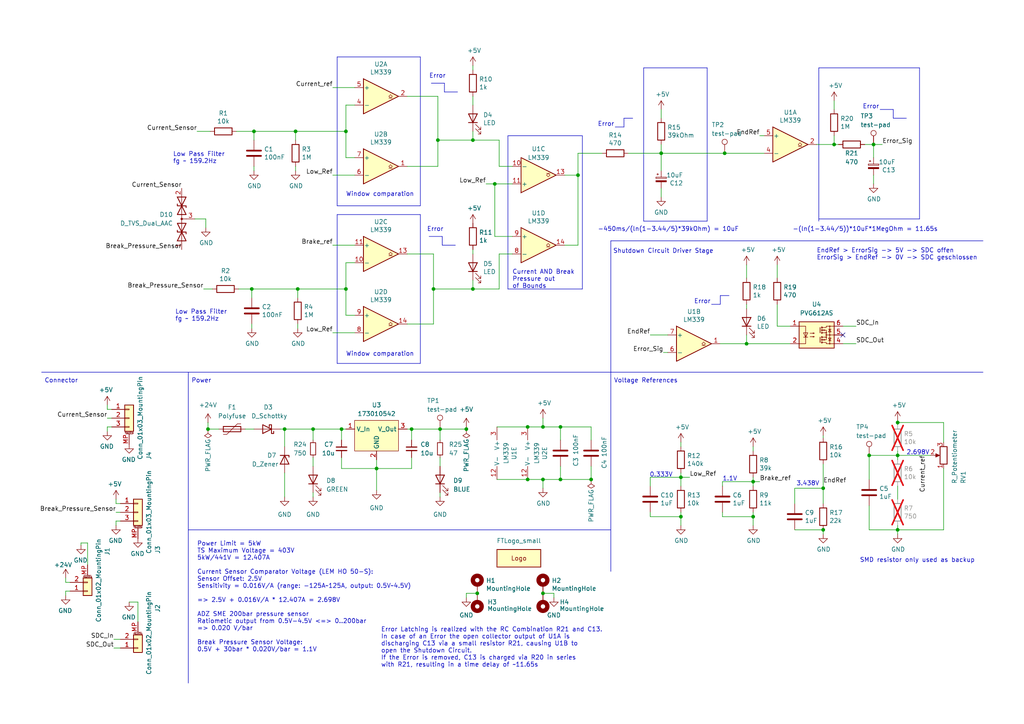
<source format=kicad_sch>
(kicad_sch
	(version 20231120)
	(generator "eeschema")
	(generator_version "8.0")
	(uuid "3b078104-7e9e-4a52-8931-d75a9f32a55c")
	(paper "A4")
	
	(junction
		(at 191.77 44.45)
		(diameter 0)
		(color 0 0 0 0)
		(uuid "02d690d3-7eb1-424b-a637-f0441c446847")
	)
	(junction
		(at 99.06 124.46)
		(diameter 0)
		(color 0 0 0 0)
		(uuid "0458f8d6-d0c3-458c-8e82-cc444fa3124f")
	)
	(junction
		(at 253.365 41.91)
		(diameter 0)
		(color 0 0 0 0)
		(uuid "06c74d33-22f4-4fde-a3fb-20ca542cd4b0")
	)
	(junction
		(at 157.48 172.085)
		(diameter 0)
		(color 0 0 0 0)
		(uuid "06fb1cbb-f25b-4301-b638-062cf91c8fcd")
	)
	(junction
		(at 197.485 138.43)
		(diameter 0)
		(color 0 0 0 0)
		(uuid "07d68cf4-cf26-494a-ad7d-ef3cd03594e6")
	)
	(junction
		(at 86.36 83.82)
		(diameter 0)
		(color 0 0 0 0)
		(uuid "0c064fd7-ff07-4667-bb75-8391ab6f72b5")
	)
	(junction
		(at 153.035 139.065)
		(diameter 0)
		(color 0 0 0 0)
		(uuid "0c0d150e-e401-4a19-9cc8-b434c5ff2e4c")
	)
	(junction
		(at 260.35 153.67)
		(diameter 0)
		(color 0 0 0 0)
		(uuid "112461c7-b9be-42a9-b362-6021372ba978")
	)
	(junction
		(at 171.45 139.065)
		(diameter 0)
		(color 0 0 0 0)
		(uuid "1798150b-b727-43bf-bb89-8ad75b043c93")
	)
	(junction
		(at 218.44 149.86)
		(diameter 0)
		(color 0 0 0 0)
		(uuid "18bcc3e2-20e2-465e-932d-7d26cac36623")
	)
	(junction
		(at 153.035 123.825)
		(diameter 0)
		(color 0 0 0 0)
		(uuid "1c4342d2-bcf1-4d37-a8c2-8d777f124aa2")
	)
	(junction
		(at 157.48 139.065)
		(diameter 0)
		(color 0 0 0 0)
		(uuid "2f84e17f-2d98-4988-8b9b-c91ff5594bdf")
	)
	(junction
		(at 143.51 53.34)
		(diameter 0)
		(color 0 0 0 0)
		(uuid "30b5ee56-3720-4a2d-9ee0-78d5fbd48af0")
	)
	(junction
		(at 125.73 83.82)
		(diameter 0)
		(color 0 0 0 0)
		(uuid "3368e8f6-165f-48eb-ac32-83cb88e63377")
	)
	(junction
		(at 260.35 132.08)
		(diameter 0)
		(color 0 0 0 0)
		(uuid "43ab5b80-79a9-4b08-b8f6-496557d74bf7")
	)
	(junction
		(at 252.095 132.08)
		(diameter 0)
		(color 0 0 0 0)
		(uuid "44fc85d1-0129-44f6-a7d1-776198683d7c")
	)
	(junction
		(at 127.635 124.46)
		(diameter 0)
		(color 0 0 0 0)
		(uuid "4935f7b4-c7f7-48a5-9121-8ebe77ce7023")
	)
	(junction
		(at 127 40.64)
		(diameter 0)
		(color 0 0 0 0)
		(uuid "4a804cbc-b668-42b2-9234-66b7081b2220")
	)
	(junction
		(at 260.35 122.555)
		(diameter 0)
		(color 0 0 0 0)
		(uuid "4bb7811f-eb59-4730-bf50-2113e6571f32")
	)
	(junction
		(at 90.805 124.46)
		(diameter 0)
		(color 0 0 0 0)
		(uuid "51655b20-c8fa-46dd-b8d8-ed44ee7b58e0")
	)
	(junction
		(at 119.38 124.46)
		(diameter 0)
		(color 0 0 0 0)
		(uuid "548e3987-aa39-4ea0-9f8f-bfa1774b0b92")
	)
	(junction
		(at 138.43 172.085)
		(diameter 0)
		(color 0 0 0 0)
		(uuid "55f4ecea-f517-46db-a8cc-bd98c075fb13")
	)
	(junction
		(at 137.16 40.64)
		(diameter 0)
		(color 0 0 0 0)
		(uuid "59019b33-e5d7-47a5-b697-da92c960d293")
	)
	(junction
		(at 167.64 50.8)
		(diameter 0)
		(color 0 0 0 0)
		(uuid "5d4c51cc-3039-45de-aede-c6f0bf2ba6b8")
	)
	(junction
		(at 241.935 41.91)
		(diameter 0)
		(color 0 0 0 0)
		(uuid "5fd5a07e-a9a3-48ea-88f8-c5d741b0d6b2")
	)
	(junction
		(at 218.44 139.7)
		(diameter 0)
		(color 0 0 0 0)
		(uuid "66aa2089-8ff2-4077-9185-adefd252a2c8")
	)
	(junction
		(at 210.185 44.45)
		(diameter 0)
		(color 0 0 0 0)
		(uuid "73350c8d-7141-4f80-abc3-d3171757ddd2")
	)
	(junction
		(at 238.76 153.67)
		(diameter 0)
		(color 0 0 0 0)
		(uuid "7709efe2-1390-487e-91e6-d8be8132aee9")
	)
	(junction
		(at 162.56 139.065)
		(diameter 0)
		(color 0 0 0 0)
		(uuid "8588352e-a2f9-4b66-95d7-e68f2a9c9038")
	)
	(junction
		(at 73.025 83.82)
		(diameter 0)
		(color 0 0 0 0)
		(uuid "8fa915e0-51c7-444b-8cc2-e8bb066962d7")
	)
	(junction
		(at 85.725 38.1)
		(diameter 0)
		(color 0 0 0 0)
		(uuid "a3688ae8-4672-4a89-af8c-8385ab151417")
	)
	(junction
		(at 60.325 124.46)
		(diameter 0)
		(color 0 0 0 0)
		(uuid "a6c6b364-7bce-4201-95f1-7583ff490abc")
	)
	(junction
		(at 162.56 123.825)
		(diameter 0)
		(color 0 0 0 0)
		(uuid "ae3f1345-5a2d-4f4d-ae05-dcebe084d843")
	)
	(junction
		(at 82.55 124.46)
		(diameter 0)
		(color 0 0 0 0)
		(uuid "be863020-4567-4509-bdcb-56bb803255c4")
	)
	(junction
		(at 157.48 123.825)
		(diameter 0)
		(color 0 0 0 0)
		(uuid "c6621e4e-1941-4ea1-9bfd-ebb879e0a948")
	)
	(junction
		(at 197.485 149.86)
		(diameter 0)
		(color 0 0 0 0)
		(uuid "c80b2f69-626e-4538-a37b-c1e0cbdfd599")
	)
	(junction
		(at 137.16 83.82)
		(diameter 0)
		(color 0 0 0 0)
		(uuid "cd84f5ae-cacc-4b78-9237-e9c6379a489b")
	)
	(junction
		(at 135.255 124.46)
		(diameter 0)
		(color 0 0 0 0)
		(uuid "d0ffe236-7d4f-4569-a5ad-619ee72a59c6")
	)
	(junction
		(at 238.76 141.605)
		(diameter 0)
		(color 0 0 0 0)
		(uuid "d3799bb2-a9db-4f42-8072-f7a4360b3370")
	)
	(junction
		(at 100.33 83.82)
		(diameter 0)
		(color 0 0 0 0)
		(uuid "efc63770-6c1a-4d94-b98e-634a1e24ff45")
	)
	(junction
		(at 100.33 38.1)
		(diameter 0)
		(color 0 0 0 0)
		(uuid "f2fcb01b-f454-47c9-a1b7-a081b24ae0cf")
	)
	(junction
		(at 216.535 99.695)
		(diameter 0)
		(color 0 0 0 0)
		(uuid "fa9d8a9b-57c4-492e-8ec2-e4c36e6342f7")
	)
	(junction
		(at 73.66 38.1)
		(diameter 0)
		(color 0 0 0 0)
		(uuid "fc2323eb-cb28-44c9-bec4-7732f2cd2e68")
	)
	(junction
		(at 109.22 135.89)
		(diameter 0)
		(color 0 0 0 0)
		(uuid "fd0e4892-3053-494b-b2b0-13d651fdaf55")
	)
	(no_connect
		(at 244.475 97.155)
		(uuid "d3ddf772-ea98-490c-bf6e-303d1758f40b")
	)
	(polyline
		(pts
			(xy 97.79 59.69) (xy 97.79 16.51)
		)
		(stroke
			(width 0)
			(type default)
		)
		(uuid "001e511e-de57-4a85-9bab-dd234b1015fa")
	)
	(polyline
		(pts
			(xy 125.095 24.13) (xy 128.905 24.13)
		)
		(stroke
			(width 0)
			(type solid)
		)
		(uuid "0078c7ef-7e33-44d6-b635-4885fd7831ca")
	)
	(wire
		(pts
			(xy 32.385 121.285) (xy 31.115 121.285)
		)
		(stroke
			(width 0)
			(type default)
		)
		(uuid "00b14196-a93a-4f20-b3c2-8e9db93cec6f")
	)
	(wire
		(pts
			(xy 137.16 27.94) (xy 137.16 30.48)
		)
		(stroke
			(width 0)
			(type default)
		)
		(uuid "00dc4daf-f5b5-4889-a6f1-e85d8f7b08c8")
	)
	(wire
		(pts
			(xy 140.97 53.34) (xy 143.51 53.34)
		)
		(stroke
			(width 0)
			(type default)
		)
		(uuid "01f2e5d3-4296-4677-bff4-8d113ba07bd3")
	)
	(wire
		(pts
			(xy 238.76 126.365) (xy 238.76 127)
		)
		(stroke
			(width 0)
			(type default)
		)
		(uuid "024a4d45-f78d-4557-9f62-8f2c4b21d132")
	)
	(wire
		(pts
			(xy 243.205 41.91) (xy 241.935 41.91)
		)
		(stroke
			(width 0)
			(type default)
		)
		(uuid "044387c8-7065-4901-b719-a6c257a2745b")
	)
	(wire
		(pts
			(xy 197.485 149.86) (xy 197.485 152.4)
		)
		(stroke
			(width 0)
			(type default)
		)
		(uuid "0597ed0d-4656-46d5-af17-2d9c89c7fd61")
	)
	(wire
		(pts
			(xy 163.83 71.12) (xy 167.64 71.12)
		)
		(stroke
			(width 0)
			(type default)
		)
		(uuid "061beca8-7fa4-470e-8d52-2be35660c92e")
	)
	(wire
		(pts
			(xy 273.685 153.67) (xy 260.35 153.67)
		)
		(stroke
			(width 0)
			(type default)
		)
		(uuid "0a396313-07ab-4f53-9146-483e6f1547fc")
	)
	(wire
		(pts
			(xy 230.505 141.605) (xy 238.76 141.605)
		)
		(stroke
			(width 0)
			(type default)
		)
		(uuid "0b6bf03c-7b37-4526-b905-aaeacce58b2a")
	)
	(wire
		(pts
			(xy 109.22 133.35) (xy 109.22 135.89)
		)
		(stroke
			(width 0)
			(type default)
		)
		(uuid "0c33e869-acbf-41d4-b086-12b2f47c41f9")
	)
	(wire
		(pts
			(xy 252.095 132.08) (xy 260.35 132.08)
		)
		(stroke
			(width 0)
			(type default)
		)
		(uuid "0cc0b05b-d9e3-468f-b0ec-bb2d7b05cad6")
	)
	(wire
		(pts
			(xy 137.16 83.82) (xy 144.78 83.82)
		)
		(stroke
			(width 0)
			(type default)
		)
		(uuid "0d07fcd0-f92e-413f-ac02-3d86fb67e7ad")
	)
	(wire
		(pts
			(xy 100.33 83.82) (xy 100.33 91.44)
		)
		(stroke
			(width 0)
			(type default)
		)
		(uuid "0d94ae63-5f0d-4821-b883-bd63b5162d65")
	)
	(wire
		(pts
			(xy 137.16 81.28) (xy 137.16 83.82)
		)
		(stroke
			(width 0)
			(type default)
		)
		(uuid "0f223f09-e7ec-4975-a031-a23d16355a82")
	)
	(wire
		(pts
			(xy 144.78 48.26) (xy 144.78 40.64)
		)
		(stroke
			(width 0)
			(type default)
		)
		(uuid "0f8741af-8122-4c88-bec3-b4327e4feb9b")
	)
	(wire
		(pts
			(xy 238.76 134.62) (xy 238.76 141.605)
		)
		(stroke
			(width 0)
			(type default)
		)
		(uuid "10a0b4ae-27da-4447-8abc-2d3ac8f3d620")
	)
	(wire
		(pts
			(xy 191.77 54.61) (xy 191.77 57.15)
		)
		(stroke
			(width 0)
			(type default)
		)
		(uuid "10f1da89-6f6a-46cb-a319-375bc5280e4b")
	)
	(wire
		(pts
			(xy 188.595 149.86) (xy 197.485 149.86)
		)
		(stroke
			(width 0)
			(type default)
		)
		(uuid "120c46a5-1723-47ce-8724-833f29687cb8")
	)
	(polyline
		(pts
			(xy 180.975 34.29) (xy 183.515 34.29)
		)
		(stroke
			(width 0)
			(type solid)
		)
		(uuid "1289eba9-c355-42e3-b3a8-46ea8c858553")
	)
	(wire
		(pts
			(xy 230.505 153.67) (xy 238.76 153.67)
		)
		(stroke
			(width 0)
			(type default)
		)
		(uuid "13eae7a8-c8d4-4a74-a325-219af8799895")
	)
	(wire
		(pts
			(xy 236.855 41.91) (xy 241.935 41.91)
		)
		(stroke
			(width 0)
			(type default)
		)
		(uuid "14034313-28ce-418b-9c1d-68184c5ad3f6")
	)
	(wire
		(pts
			(xy 119.38 124.46) (xy 127.635 124.46)
		)
		(stroke
			(width 0)
			(type default)
		)
		(uuid "1403f7d1-64a3-48fe-90d3-dc853604b652")
	)
	(wire
		(pts
			(xy 191.77 44.45) (xy 191.77 41.91)
		)
		(stroke
			(width 0)
			(type default)
		)
		(uuid "14976ad9-7af3-449e-969a-dabe604db984")
	)
	(wire
		(pts
			(xy 209.55 148.59) (xy 209.55 149.86)
		)
		(stroke
			(width 0)
			(type default)
		)
		(uuid "17abc560-a41b-47dc-ab11-11014fe7bfcc")
	)
	(wire
		(pts
			(xy 157.48 139.065) (xy 162.56 139.065)
		)
		(stroke
			(width 0)
			(type default)
		)
		(uuid "188001dc-f484-4138-a372-50f5ca12ac0c")
	)
	(wire
		(pts
			(xy 127.635 124.46) (xy 127.635 127.635)
		)
		(stroke
			(width 0)
			(type default)
		)
		(uuid "1befc1e9-d449-4d05-affd-ff63fbb6178a")
	)
	(wire
		(pts
			(xy 68.58 38.1) (xy 73.66 38.1)
		)
		(stroke
			(width 0)
			(type default)
		)
		(uuid "1ccafd5e-08c7-4535-b73b-f77c1ba21da5")
	)
	(wire
		(pts
			(xy 244.475 99.695) (xy 248.285 99.695)
		)
		(stroke
			(width 0)
			(type default)
		)
		(uuid "1d0a5ef0-0b22-45f2-9605-f2d62c596f35")
	)
	(wire
		(pts
			(xy 127 40.64) (xy 137.16 40.64)
		)
		(stroke
			(width 0)
			(type default)
		)
		(uuid "1d3861ad-bf1a-4b41-910a-1bcd44423bf6")
	)
	(polyline
		(pts
			(xy 121.92 16.51) (xy 121.92 59.69)
		)
		(stroke
			(width 0)
			(type default)
		)
		(uuid "1eda520c-dec0-4da9-bfcd-5279b8cdac81")
	)
	(wire
		(pts
			(xy 260.35 152.4) (xy 260.35 153.67)
		)
		(stroke
			(width 0)
			(type default)
		)
		(uuid "1ee67f8b-5604-4109-8297-33f5cc49f0fd")
	)
	(wire
		(pts
			(xy 82.55 124.46) (xy 90.805 124.46)
		)
		(stroke
			(width 0)
			(type default)
		)
		(uuid "1f07c4d0-8f68-40c2-aebb-120a9effec3b")
	)
	(wire
		(pts
			(xy 109.22 135.89) (xy 119.38 135.89)
		)
		(stroke
			(width 0)
			(type default)
		)
		(uuid "216fb90c-6f87-40dd-b949-62be97dd97df")
	)
	(wire
		(pts
			(xy 125.73 93.98) (xy 118.11 93.98)
		)
		(stroke
			(width 0)
			(type default)
		)
		(uuid "21d74ba7-2814-4833-9cbb-22ad5d79d3dc")
	)
	(wire
		(pts
			(xy 63.5 124.46) (xy 60.325 124.46)
		)
		(stroke
			(width 0)
			(type default)
		)
		(uuid "21f43952-e581-4625-b646-a8a272a514b9")
	)
	(wire
		(pts
			(xy 253.365 41.91) (xy 253.365 45.72)
		)
		(stroke
			(width 0)
			(type default)
		)
		(uuid "22d99b63-8bea-48c9-98e6-eda12c7977f1")
	)
	(polyline
		(pts
			(xy 237.49 63.5) (xy 266.7 63.5)
		)
		(stroke
			(width 0)
			(type default)
		)
		(uuid "236a00e1-e639-44d1-a1d4-60cd441d82e9")
	)
	(wire
		(pts
			(xy 73.66 48.26) (xy 73.66 49.53)
		)
		(stroke
			(width 0)
			(type default)
		)
		(uuid "25e092fc-deed-47a1-b6a0-7cdef9fd2396")
	)
	(polyline
		(pts
			(xy 206.375 88.265) (xy 208.915 88.265)
		)
		(stroke
			(width 0)
			(type solid)
		)
		(uuid "27d993d8-7612-42b8-aff0-342c28898a00")
	)
	(polyline
		(pts
			(xy 128.905 26.67) (xy 132.715 26.67)
		)
		(stroke
			(width 0)
			(type solid)
		)
		(uuid "2876d16e-097a-47f2-b487-a17ed0f36d5f")
	)
	(wire
		(pts
			(xy 241.935 29.21) (xy 241.935 31.75)
		)
		(stroke
			(width 0)
			(type default)
		)
		(uuid "2a493b31-a13a-4aed-a683-bea3c889beb0")
	)
	(wire
		(pts
			(xy 85.725 40.64) (xy 85.725 38.1)
		)
		(stroke
			(width 0)
			(type default)
		)
		(uuid "2a831477-d633-447d-8624-5be1b843e471")
	)
	(wire
		(pts
			(xy 86.36 83.82) (xy 100.33 83.82)
		)
		(stroke
			(width 0)
			(type default)
		)
		(uuid "2a944ed6-4ad9-4711-8528-f6dda82d3d91")
	)
	(polyline
		(pts
			(xy 54.61 107.95) (xy 54.61 198.12)
		)
		(stroke
			(width 0)
			(type default)
		)
		(uuid "2b9bbbcf-3e95-4bba-a878-0c0c16d5b02d")
	)
	(wire
		(pts
			(xy 218.44 139.7) (xy 218.44 140.97)
		)
		(stroke
			(width 0)
			(type default)
		)
		(uuid "2d095b22-d27f-410c-80cb-80e19a581eff")
	)
	(wire
		(pts
			(xy 118.11 27.94) (xy 127 27.94)
		)
		(stroke
			(width 0)
			(type default)
		)
		(uuid "3013cdc8-80db-42e1-8d05-754e7cdf0f06")
	)
	(wire
		(pts
			(xy 34.925 146.05) (xy 33.655 146.05)
		)
		(stroke
			(width 0)
			(type default)
		)
		(uuid "3014a030-2b92-4ea9-aa44-389b15d5c7c4")
	)
	(wire
		(pts
			(xy 20.32 168.91) (xy 19.05 168.91)
		)
		(stroke
			(width 0)
			(type default)
		)
		(uuid "31f2526e-be2e-443d-bd80-493dc079c3f1")
	)
	(wire
		(pts
			(xy 99.06 124.46) (xy 99.06 127.635)
		)
		(stroke
			(width 0)
			(type default)
		)
		(uuid "33105f4b-f47b-4119-aa7e-e2906461987f")
	)
	(polyline
		(pts
			(xy 128.905 24.13) (xy 128.905 26.67)
		)
		(stroke
			(width 0)
			(type solid)
		)
		(uuid "3639d1d8-9a8b-4479-9419-0bbf03c83844")
	)
	(wire
		(pts
			(xy 148.59 48.26) (xy 144.78 48.26)
		)
		(stroke
			(width 0)
			(type default)
		)
		(uuid "39d81bf0-761a-4c95-a8ea-2b60e098a8f2")
	)
	(wire
		(pts
			(xy 90.805 132.715) (xy 90.805 135.255)
		)
		(stroke
			(width 0)
			(type default)
		)
		(uuid "3b94f7cc-1bbe-4f9e-9bf5-f9c0f6183298")
	)
	(wire
		(pts
			(xy 225.425 94.615) (xy 229.235 94.615)
		)
		(stroke
			(width 0)
			(type default)
		)
		(uuid "3d001dc4-94bc-4f7e-950c-757374016f54")
	)
	(wire
		(pts
			(xy 127.635 142.875) (xy 127.635 144.145)
		)
		(stroke
			(width 0)
			(type default)
		)
		(uuid "3d868ad1-914e-4bbc-8c72-aa09bdf2f744")
	)
	(wire
		(pts
			(xy 90.805 124.46) (xy 90.805 127.635)
		)
		(stroke
			(width 0)
			(type default)
		)
		(uuid "3dc14943-d1aa-4203-b279-84ace039c92e")
	)
	(wire
		(pts
			(xy 216.535 88.265) (xy 216.535 89.535)
		)
		(stroke
			(width 0)
			(type default)
		)
		(uuid "3dd28df5-363b-4563-91b9-3a214c0a7204")
	)
	(wire
		(pts
			(xy 137.16 40.64) (xy 144.78 40.64)
		)
		(stroke
			(width 0)
			(type default)
		)
		(uuid "4063ed0f-5e2f-4106-900d-656097b1ea94")
	)
	(wire
		(pts
			(xy 143.51 68.58) (xy 148.59 68.58)
		)
		(stroke
			(width 0)
			(type default)
		)
		(uuid "45bd3f3d-f7b4-4793-8d20-9cfb29ce164c")
	)
	(polyline
		(pts
			(xy 168.91 39.37) (xy 168.91 83.82)
		)
		(stroke
			(width 0)
			(type default)
		)
		(uuid "464696f4-8924-40b8-9f30-3aac5ba7902e")
	)
	(wire
		(pts
			(xy 33.655 152.4) (xy 33.655 151.13)
		)
		(stroke
			(width 0)
			(type default)
		)
		(uuid "4651fa25-82b9-44b9-8981-909315c2b2fb")
	)
	(wire
		(pts
			(xy 59.055 83.82) (xy 61.595 83.82)
		)
		(stroke
			(width 0)
			(type default)
		)
		(uuid "46a97759-619f-44ab-a056-49f30ef50f47")
	)
	(wire
		(pts
			(xy 218.44 138.43) (xy 218.44 139.7)
		)
		(stroke
			(width 0)
			(type default)
		)
		(uuid "48c4fc06-0c85-48af-b2cf-6878e20db610")
	)
	(wire
		(pts
			(xy 32.385 123.825) (xy 31.115 123.825)
		)
		(stroke
			(width 0)
			(type default)
		)
		(uuid "4a443806-848f-44d8-8c49-e628577502b9")
	)
	(wire
		(pts
			(xy 188.595 97.155) (xy 193.675 97.155)
		)
		(stroke
			(width 0)
			(type default)
		)
		(uuid "4c9e552f-8ede-4c66-8d24-025ae040e7ad")
	)
	(polyline
		(pts
			(xy 121.92 59.69) (xy 97.79 59.69)
		)
		(stroke
			(width 0)
			(type default)
		)
		(uuid "4f5d1f21-ccd7-4ff7-a7bc-9fd9e11790a9")
	)
	(polyline
		(pts
			(xy 259.08 34.29) (xy 262.89 34.29)
		)
		(stroke
			(width 0)
			(type solid)
		)
		(uuid "4fbd31df-b708-475e-88d1-cf11f1d86d67")
	)
	(wire
		(pts
			(xy 260.35 132.08) (xy 269.875 132.08)
		)
		(stroke
			(width 0)
			(type default)
		)
		(uuid "512b2b08-f402-4cc7-87ce-98dcdc1e29b9")
	)
	(polyline
		(pts
			(xy 147.32 39.37) (xy 147.32 83.82)
		)
		(stroke
			(width 0)
			(type default)
		)
		(uuid "5373489d-609a-44ad-8d47-ae922f4f39b0")
	)
	(polyline
		(pts
			(xy 205.105 19.685) (xy 186.69 19.685)
		)
		(stroke
			(width 0)
			(type default)
		)
		(uuid "54f404ca-28f7-4fed-87e6-df6bdf53b8bf")
	)
	(polyline
		(pts
			(xy 97.79 62.23) (xy 121.92 62.23)
		)
		(stroke
			(width 0)
			(type default)
		)
		(uuid "588a8328-0c06-43ea-ba0a-a9a5875263e7")
	)
	(wire
		(pts
			(xy 73.025 93.98) (xy 73.025 95.25)
		)
		(stroke
			(width 0)
			(type default)
		)
		(uuid "58ce2a38-3c32-4467-8882-267205ef6cce")
	)
	(wire
		(pts
			(xy 125.73 83.82) (xy 125.73 93.98)
		)
		(stroke
			(width 0)
			(type default)
		)
		(uuid "5a23084a-1682-40a1-8b13-4820af964169")
	)
	(polyline
		(pts
			(xy 128.27 68.58) (xy 128.27 71.12)
		)
		(stroke
			(width 0)
			(type solid)
		)
		(uuid "5b6279b8-3d2b-46e6-afb2-6b2a6fb38bbd")
	)
	(wire
		(pts
			(xy 96.52 96.52) (xy 102.87 96.52)
		)
		(stroke
			(width 0)
			(type default)
		)
		(uuid "5c6ed078-a2bc-403a-9b34-0d133236d753")
	)
	(polyline
		(pts
			(xy 121.92 105.41) (xy 97.79 105.41)
		)
		(stroke
			(width 0)
			(type default)
		)
		(uuid "5c70cea8-9769-415b-bcc7-f8bb41a0c9b2")
	)
	(wire
		(pts
			(xy 59.69 63.5) (xy 56.515 63.5)
		)
		(stroke
			(width 0)
			(type default)
		)
		(uuid "5f4cd65c-e6b0-4c31-ae3d-9d27e7f64832")
	)
	(wire
		(pts
			(xy 127 40.64) (xy 127 27.94)
		)
		(stroke
			(width 0)
			(type default)
		)
		(uuid "600bbab9-7f19-4ea4-b617-73b78b70e2c1")
	)
	(wire
		(pts
			(xy 137.16 19.05) (xy 137.16 20.32)
		)
		(stroke
			(width 0)
			(type default)
		)
		(uuid "601b497d-e5df-4108-a523-828b4551291e")
	)
	(wire
		(pts
			(xy 260.35 122.555) (xy 273.685 122.555)
		)
		(stroke
			(width 0)
			(type default)
		)
		(uuid "609f1ec7-9cce-4499-900e-512147397fb4")
	)
	(wire
		(pts
			(xy 260.35 140.97) (xy 260.35 144.78)
		)
		(stroke
			(width 0)
			(type default)
		)
		(uuid "62de040a-9468-466e-bf45-b1f612f34b5d")
	)
	(wire
		(pts
			(xy 252.095 153.67) (xy 260.35 153.67)
		)
		(stroke
			(width 0)
			(type default)
		)
		(uuid "641ade85-6bbd-4eba-99a2-1461307da5c0")
	)
	(wire
		(pts
			(xy 90.805 142.875) (xy 90.805 144.145)
		)
		(stroke
			(width 0)
			(type default)
		)
		(uuid "649d226e-d908-4fb5-8991-0af73607b009")
	)
	(wire
		(pts
			(xy 96.52 71.12) (xy 102.87 71.12)
		)
		(stroke
			(width 0)
			(type default)
		)
		(uuid "64be79ff-65eb-4a3a-bf4b-f5e204971850")
	)
	(wire
		(pts
			(xy 210.185 44.45) (xy 221.615 44.45)
		)
		(stroke
			(width 0)
			(type default)
		)
		(uuid "6abcf0e1-bc51-4895-8d1d-d9053c606b20")
	)
	(wire
		(pts
			(xy 81.28 124.46) (xy 82.55 124.46)
		)
		(stroke
			(width 0)
			(type default)
		)
		(uuid "6edfb8a9-8cc9-42e4-8258-00d0e8e0202c")
	)
	(wire
		(pts
			(xy 102.87 76.2) (xy 100.33 76.2)
		)
		(stroke
			(width 0)
			(type default)
		)
		(uuid "708aa86d-bf05-4c57-aaae-6df603e15a2e")
	)
	(wire
		(pts
			(xy 118.11 124.46) (xy 119.38 124.46)
		)
		(stroke
			(width 0)
			(type default)
		)
		(uuid "7097e522-77cd-43b1-8ac8-1ba3b7f41191")
	)
	(polyline
		(pts
			(xy 147.32 83.82) (xy 168.91 83.82)
		)
		(stroke
			(width 0)
			(type default)
		)
		(uuid "70f2f59e-d26a-4945-859b-cb890c9d15da")
	)
	(wire
		(pts
			(xy 216.535 99.695) (xy 208.915 99.695)
		)
		(stroke
			(width 0)
			(type default)
		)
		(uuid "71feb915-488e-4dff-851c-13304d9e648c")
	)
	(wire
		(pts
			(xy 188.595 138.43) (xy 188.595 140.97)
		)
		(stroke
			(width 0)
			(type default)
		)
		(uuid "736337ad-7c35-4001-ba96-09066e183edd")
	)
	(wire
		(pts
			(xy 73.025 83.82) (xy 86.36 83.82)
		)
		(stroke
			(width 0)
			(type default)
		)
		(uuid "738d50ac-2592-4f26-bae9-6debec8e4e85")
	)
	(polyline
		(pts
			(xy 180.975 36.83) (xy 180.975 34.29)
		)
		(stroke
			(width 0)
			(type solid)
		)
		(uuid "74fbde27-3525-488a-8484-501309e98b13")
	)
	(wire
		(pts
			(xy 96.52 25.4) (xy 102.87 25.4)
		)
		(stroke
			(width 0)
			(type default)
		)
		(uuid "7641fc4e-3dd4-4bd7-b699-8138af94aa90")
	)
	(polyline
		(pts
			(xy 186.69 19.685) (xy 186.69 64.135)
		)
		(stroke
			(width 0)
			(type default)
		)
		(uuid "7674f190-796f-4bd8-85c0-1bec074adfdb")
	)
	(polyline
		(pts
			(xy 97.79 105.41) (xy 97.79 62.23)
		)
		(stroke
			(width 0)
			(type default)
		)
		(uuid "7766a5db-d545-4a0c-beb1-8abcda00e205")
	)
	(wire
		(pts
			(xy 100.33 45.72) (xy 102.87 45.72)
		)
		(stroke
			(width 0)
			(type default)
		)
		(uuid "7844f367-70a2-40d8-ba8f-ff033f5d6977")
	)
	(wire
		(pts
			(xy 60.325 124.46) (xy 60.325 122.555)
		)
		(stroke
			(width 0)
			(type default)
		)
		(uuid "7ad9f868-8fb2-4e1d-9f5f-2a059a17f32a")
	)
	(wire
		(pts
			(xy 209.55 139.7) (xy 209.55 140.97)
		)
		(stroke
			(width 0)
			(type default)
		)
		(uuid "7c5f0b29-5814-4f07-a24f-06b2f0303fa8")
	)
	(polyline
		(pts
			(xy 186.69 64.135) (xy 205.105 64.135)
		)
		(stroke
			(width 0)
			(type default)
		)
		(uuid "7d1887cf-0537-4b67-b1d3-7fbdeffeca64")
	)
	(wire
		(pts
			(xy 73.66 38.1) (xy 73.66 40.64)
		)
		(stroke
			(width 0)
			(type default)
		)
		(uuid "7f0b9979-b71e-485b-b4f5-832749647b9d")
	)
	(wire
		(pts
			(xy 248.285 94.615) (xy 244.475 94.615)
		)
		(stroke
			(width 0)
			(type default)
		)
		(uuid "806ed57f-a53b-4b4b-a18a-0a4cc392cc84")
	)
	(wire
		(pts
			(xy 157.48 121.285) (xy 157.48 123.825)
		)
		(stroke
			(width 0)
			(type default)
		)
		(uuid "80eb8b13-ad1d-4b8d-b97d-32b9bd5b67c4")
	)
	(wire
		(pts
			(xy 197.485 128.27) (xy 197.485 129.54)
		)
		(stroke
			(width 0)
			(type default)
		)
		(uuid "853f63b4-82c5-4d12-b58d-488e3212b24c")
	)
	(wire
		(pts
			(xy 157.48 123.825) (xy 162.56 123.825)
		)
		(stroke
			(width 0)
			(type default)
		)
		(uuid "8543a557-ae40-469a-91bc-7ee90405d181")
	)
	(wire
		(pts
			(xy 238.76 153.67) (xy 238.76 154.94)
		)
		(stroke
			(width 0)
			(type default)
		)
		(uuid "86875330-ff76-4e25-b30a-1817080df15f")
	)
	(wire
		(pts
			(xy 153.035 123.825) (xy 157.48 123.825)
		)
		(stroke
			(width 0)
			(type default)
		)
		(uuid "87df2899-3b9e-436c-8917-6fee4ae4eb3d")
	)
	(wire
		(pts
			(xy 144.145 123.825) (xy 153.035 123.825)
		)
		(stroke
			(width 0)
			(type default)
		)
		(uuid "882ccace-32df-4a77-99db-1439be4f6f64")
	)
	(wire
		(pts
			(xy 99.06 132.715) (xy 99.06 135.89)
		)
		(stroke
			(width 0)
			(type default)
		)
		(uuid "88ff9093-8d75-4c2b-bf8f-3c46a5df128a")
	)
	(wire
		(pts
			(xy 167.64 50.8) (xy 163.83 50.8)
		)
		(stroke
			(width 0)
			(type default)
		)
		(uuid "8a491fca-e998-4b94-b713-5a1667b2c7c2")
	)
	(wire
		(pts
			(xy 218.44 149.86) (xy 218.44 152.4)
		)
		(stroke
			(width 0)
			(type default)
		)
		(uuid "8ad2b125-cd02-4535-9a5d-631b96e88032")
	)
	(wire
		(pts
			(xy 162.56 123.825) (xy 171.45 123.825)
		)
		(stroke
			(width 0)
			(type default)
		)
		(uuid "8ba55fb3-8db2-4277-884f-2bce1355cf54")
	)
	(polyline
		(pts
			(xy 178.435 36.83) (xy 180.975 36.83)
		)
		(stroke
			(width 0)
			(type solid)
		)
		(uuid "8c457f7f-b5f6-466d-bea8-12b38b608338")
	)
	(polyline
		(pts
			(xy 266.7 19.685) (xy 266.7 63.5)
		)
		(stroke
			(width 0)
			(type default)
		)
		(uuid "8cc23b6a-73fd-4c95-9e74-84ea83042d6b")
	)
	(wire
		(pts
			(xy 273.685 135.89) (xy 273.685 153.67)
		)
		(stroke
			(width 0)
			(type default)
		)
		(uuid "8d898212-f734-461b-a672-bc2f933ef973")
	)
	(wire
		(pts
			(xy 32.385 118.745) (xy 31.115 118.745)
		)
		(stroke
			(width 0)
			(type default)
		)
		(uuid "8da7390e-b891-4d83-a231-b46390bf5713")
	)
	(wire
		(pts
			(xy 34.925 151.13) (xy 33.655 151.13)
		)
		(stroke
			(width 0)
			(type default)
		)
		(uuid "8eb885ec-27fa-40d7-bf51-33e42fe3bf01")
	)
	(wire
		(pts
			(xy 225.425 76.835) (xy 225.425 80.645)
		)
		(stroke
			(width 0)
			(type default)
		)
		(uuid "8f57bc11-c785-4fc6-81a2-3383b86a612b")
	)
	(wire
		(pts
			(xy 99.06 124.46) (xy 100.33 124.46)
		)
		(stroke
			(width 0)
			(type default)
		)
		(uuid "8fcb4e5c-ba40-48d6-be53-57fe310f184e")
	)
	(wire
		(pts
			(xy 216.535 97.155) (xy 216.535 99.695)
		)
		(stroke
			(width 0)
			(type default)
		)
		(uuid "906e4ff9-665e-4cb5-80e5-8ca2e618c4bc")
	)
	(wire
		(pts
			(xy 40.005 174.625) (xy 40.005 180.34)
		)
		(stroke
			(width 0)
			(type default)
		)
		(uuid "9101f307-16cc-4e41-8cdb-c12754a539c1")
	)
	(wire
		(pts
			(xy 218.44 148.59) (xy 218.44 149.86)
		)
		(stroke
			(width 0)
			(type default)
		)
		(uuid "914a66dd-0116-4f07-8d31-a37f9d606019")
	)
	(wire
		(pts
			(xy 69.215 83.82) (xy 73.025 83.82)
		)
		(stroke
			(width 0)
			(type default)
		)
		(uuid "91fc3c78-9d36-44f1-b514-a962c809ec34")
	)
	(wire
		(pts
			(xy 250.825 41.91) (xy 253.365 41.91)
		)
		(stroke
			(width 0)
			(type default)
		)
		(uuid "9234c646-e20a-4593-af6b-c8a5dcbd51d4")
	)
	(wire
		(pts
			(xy 197.485 138.43) (xy 197.485 140.97)
		)
		(stroke
			(width 0)
			(type default)
		)
		(uuid "92dc6f5e-25a3-4bfb-9fb3-ddb92ce66627")
	)
	(wire
		(pts
			(xy 218.44 139.7) (xy 209.55 139.7)
		)
		(stroke
			(width 0)
			(type default)
		)
		(uuid "934cb7ad-0508-46fb-a83e-985e00564717")
	)
	(polyline
		(pts
			(xy 147.32 39.37) (xy 168.91 39.37)
		)
		(stroke
			(width 0)
			(type default)
		)
		(uuid "93565e28-e235-4fc4-803a-3acf4d72ffc5")
	)
	(polyline
		(pts
			(xy 177.165 69.85) (xy 285.115 69.85)
		)
		(stroke
			(width 0)
			(type default)
		)
		(uuid "94013b7a-59a0-4273-90bc-da95c8db1a0c")
	)
	(wire
		(pts
			(xy 85.725 48.26) (xy 85.725 49.53)
		)
		(stroke
			(width 0)
			(type default)
		)
		(uuid "943907ec-586e-4127-a3bd-bb7bd746b2d3")
	)
	(wire
		(pts
			(xy 143.51 53.34) (xy 148.59 53.34)
		)
		(stroke
			(width 0)
			(type default)
		)
		(uuid "9542ce02-813b-4f41-8521-f5b253987a24")
	)
	(wire
		(pts
			(xy 90.805 124.46) (xy 99.06 124.46)
		)
		(stroke
			(width 0)
			(type default)
		)
		(uuid "97543a4a-ef34-45d2-9b8b-e833e35302fa")
	)
	(wire
		(pts
			(xy 125.73 73.66) (xy 125.73 83.82)
		)
		(stroke
			(width 0)
			(type default)
		)
		(uuid "97b637c1-55ad-484e-9ddb-95fa03b2b2cd")
	)
	(wire
		(pts
			(xy 229.235 99.695) (xy 216.535 99.695)
		)
		(stroke
			(width 0)
			(type default)
		)
		(uuid "9821d49b-effc-45f5-87d4-20e5551537f3")
	)
	(wire
		(pts
			(xy 191.77 44.45) (xy 191.77 49.53)
		)
		(stroke
			(width 0)
			(type default)
		)
		(uuid "987080df-e9b2-4df6-8bf5-1fe9f4284f23")
	)
	(wire
		(pts
			(xy 33.655 144.78) (xy 33.655 146.05)
		)
		(stroke
			(width 0)
			(type default)
		)
		(uuid "98de0a24-2348-4676-82fa-239c195769a6")
	)
	(polyline
		(pts
			(xy 255.27 31.75) (xy 259.08 31.75)
		)
		(stroke
			(width 0)
			(type solid)
		)
		(uuid "992f07d9-bfd1-47c8-92dd-80a567d43861")
	)
	(wire
		(pts
			(xy 273.685 122.555) (xy 273.685 128.27)
		)
		(stroke
			(width 0)
			(type default)
		)
		(uuid "9d5be662-a22d-4c9f-864d-9b9835ca92b2")
	)
	(wire
		(pts
			(xy 73.025 86.36) (xy 73.025 83.82)
		)
		(stroke
			(width 0)
			(type default)
		)
		(uuid "9e1fbc47-56c3-42b0-a174-79ac5cca7685")
	)
	(wire
		(pts
			(xy 96.52 50.8) (xy 102.87 50.8)
		)
		(stroke
			(width 0)
			(type default)
		)
		(uuid "9e2c6809-1d8f-46b8-8348-21fb1272bdd2")
	)
	(wire
		(pts
			(xy 171.45 135.255) (xy 171.45 139.065)
		)
		(stroke
			(width 0)
			(type default)
		)
		(uuid "9e6fa4d7-7609-4713-99d3-81a086429362")
	)
	(polyline
		(pts
			(xy 237.49 19.685) (xy 237.49 64.135)
		)
		(stroke
			(width 0)
			(type default)
		)
		(uuid "a13d3e97-e748-4a06-b00e-228fb37c0b0c")
	)
	(wire
		(pts
			(xy 255.905 41.91) (xy 253.365 41.91)
		)
		(stroke
			(width 0)
			(type default)
		)
		(uuid "a1ce4b15-5b1d-480f-b785-f15e18b0c41a")
	)
	(wire
		(pts
			(xy 218.44 129.54) (xy 218.44 130.81)
		)
		(stroke
			(width 0)
			(type default)
		)
		(uuid "a32e9ec3-b492-49f9-bf81-141e733acc59")
	)
	(wire
		(pts
			(xy 191.77 44.45) (xy 210.185 44.45)
		)
		(stroke
			(width 0)
			(type default)
		)
		(uuid "a3a1f9cd-fd2c-4c52-a45c-962ccbed39da")
	)
	(wire
		(pts
			(xy 253.365 50.8) (xy 253.365 53.34)
		)
		(stroke
			(width 0)
			(type default)
		)
		(uuid "a45af401-2a54-433a-8bb0-d87b8bf11820")
	)
	(wire
		(pts
			(xy 100.33 91.44) (xy 102.87 91.44)
		)
		(stroke
			(width 0)
			(type default)
		)
		(uuid "a4f76639-f23b-4da3-af7c-8e6513ca1ae9")
	)
	(polyline
		(pts
			(xy 266.7 19.685) (xy 237.49 19.685)
		)
		(stroke
			(width 0)
			(type default)
		)
		(uuid "a5de92f8-016f-4396-9a5a-cd4ea2049f22")
	)
	(wire
		(pts
			(xy 119.38 132.715) (xy 119.38 135.89)
		)
		(stroke
			(width 0)
			(type default)
		)
		(uuid "a7b8884f-7447-486d-b5d1-96f4310fafe2")
	)
	(wire
		(pts
			(xy 85.725 38.1) (xy 100.33 38.1)
		)
		(stroke
			(width 0)
			(type default)
		)
		(uuid "a83a7d88-3c8a-485e-9470-8add6b9883f6")
	)
	(polyline
		(pts
			(xy 208.915 88.265) (xy 208.915 85.725)
		)
		(stroke
			(width 0)
			(type solid)
		)
		(uuid "a89d5ac0-a70f-4cef-8759-19d96198a822")
	)
	(wire
		(pts
			(xy 59.69 66.04) (xy 59.69 63.5)
		)
		(stroke
			(width 0)
			(type default)
		)
		(uuid "a96d972a-da97-4415-a074-376abc811d0f")
	)
	(wire
		(pts
			(xy 230.505 146.05) (xy 230.505 141.605)
		)
		(stroke
			(width 0)
			(type default)
		)
		(uuid "a9ec6472-216d-49ff-a6bc-31da70717e3d")
	)
	(wire
		(pts
			(xy 23.495 157.48) (xy 23.495 158.115)
		)
		(stroke
			(width 0)
			(type default)
		)
		(uuid "aa1ff7c7-b73b-4749-9cd4-e961742f41be")
	)
	(wire
		(pts
			(xy 220.345 139.7) (xy 218.44 139.7)
		)
		(stroke
			(width 0)
			(type default)
		)
		(uuid "ab49f29c-39ad-43db-86b1-bf207d76c9d5")
	)
	(wire
		(pts
			(xy 160.655 172.085) (xy 160.655 173.355)
		)
		(stroke
			(width 0)
			(type default)
		)
		(uuid "ac7c2b66-82fb-4e9f-ba45-401b407475b4")
	)
	(wire
		(pts
			(xy 100.33 76.2) (xy 100.33 83.82)
		)
		(stroke
			(width 0)
			(type default)
		)
		(uuid "ae971fb3-2817-4c08-a70b-777a233fc7cf")
	)
	(wire
		(pts
			(xy 241.935 41.91) (xy 241.935 39.37)
		)
		(stroke
			(width 0)
			(type default)
		)
		(uuid "af60606b-1a3b-4f47-ac5a-d905f60070e3")
	)
	(wire
		(pts
			(xy 73.66 38.1) (xy 85.725 38.1)
		)
		(stroke
			(width 0)
			(type default)
		)
		(uuid "af8ed89e-fc0b-4539-b838-151d99950cc9")
	)
	(polyline
		(pts
			(xy 259.08 31.75) (xy 259.08 34.29)
		)
		(stroke
			(width 0)
			(type solid)
		)
		(uuid "b0105d6e-ad79-448c-811c-b9c50515ed82")
	)
	(wire
		(pts
			(xy 153.035 139.065) (xy 157.48 139.065)
		)
		(stroke
			(width 0)
			(type default)
		)
		(uuid "b1ec9677-7456-495d-b26b-857c7a83de7a")
	)
	(wire
		(pts
			(xy 125.73 83.82) (xy 137.16 83.82)
		)
		(stroke
			(width 0)
			(type default)
		)
		(uuid "b36c1c77-4324-4ac9-af1a-9644ebca8a09")
	)
	(polyline
		(pts
			(xy 128.27 71.12) (xy 132.08 71.12)
		)
		(stroke
			(width 0)
			(type solid)
		)
		(uuid "b4b97b05-999c-41bf-846e-6c611bd1665f")
	)
	(wire
		(pts
			(xy 33.02 187.96) (xy 34.925 187.96)
		)
		(stroke
			(width 0)
			(type default)
		)
		(uuid "b8849807-a4aa-41c1-b5b9-9442de13299f")
	)
	(wire
		(pts
			(xy 82.55 137.16) (xy 82.55 144.145)
		)
		(stroke
			(width 0)
			(type default)
		)
		(uuid "b88bd020-e3af-4d73-8aec-7540cb3b32a1")
	)
	(polyline
		(pts
			(xy 177.165 107.95) (xy 177.165 165.735)
		)
		(stroke
			(width 0)
			(type default)
		)
		(uuid "ba4602b7-f4a4-43ac-89f2-d8277c0efd09")
	)
	(wire
		(pts
			(xy 260.35 121.92) (xy 260.35 122.555)
		)
		(stroke
			(width 0)
			(type default)
		)
		(uuid "bbbff29a-ae16-4b41-becc-61b6b42fa612")
	)
	(wire
		(pts
			(xy 162.56 135.255) (xy 162.56 139.065)
		)
		(stroke
			(width 0)
			(type default)
		)
		(uuid "bd16bd3c-f77a-4584-97bd-2614cb5966b7")
	)
	(wire
		(pts
			(xy 260.35 132.08) (xy 260.35 133.35)
		)
		(stroke
			(width 0)
			(type default)
		)
		(uuid "bd341905-8aea-402e-86b6-2bec47e27b75")
	)
	(polyline
		(pts
			(xy 208.915 85.725) (xy 211.455 85.725)
		)
		(stroke
			(width 0)
			(type solid)
		)
		(uuid "c0ba2a5d-e637-47d8-9bed-0ffe9dba56dc")
	)
	(wire
		(pts
			(xy 20.32 171.45) (xy 19.05 171.45)
		)
		(stroke
			(width 0)
			(type default)
		)
		(uuid "c0d117c9-e4a4-4254-9e2f-f4600d0b0e15")
	)
	(polyline
		(pts
			(xy 12.065 107.95) (xy 285.115 107.95)
		)
		(stroke
			(width 0)
			(type default)
		)
		(uuid "c2d47e65-9190-4c2d-9bd2-8a784b8570e3")
	)
	(wire
		(pts
			(xy 135.255 172.085) (xy 135.255 173.355)
		)
		(stroke
			(width 0)
			(type default)
		)
		(uuid "c33972ea-ed54-4d66-90cd-411d4a413b42")
	)
	(wire
		(pts
			(xy 188.595 138.43) (xy 197.485 138.43)
		)
		(stroke
			(width 0)
			(type default)
		)
		(uuid "c413a890-f4a6-49ef-a63f-ac82e8ae0932")
	)
	(wire
		(pts
			(xy 99.06 135.89) (xy 109.22 135.89)
		)
		(stroke
			(width 0)
			(type default)
		)
		(uuid "c750e2e6-4e53-4314-8c81-75ec0757e350")
	)
	(wire
		(pts
			(xy 19.05 171.45) (xy 19.05 172.72)
		)
		(stroke
			(width 0)
			(type default)
		)
		(uuid "c7cb71a6-27ac-48be-adbf-673e11bb5f21")
	)
	(wire
		(pts
			(xy 209.55 149.86) (xy 218.44 149.86)
		)
		(stroke
			(width 0)
			(type default)
		)
		(uuid "c8e4c482-64f9-431e-ac00-7aa687b26bec")
	)
	(wire
		(pts
			(xy 220.345 39.37) (xy 221.615 39.37)
		)
		(stroke
			(width 0)
			(type default)
		)
		(uuid "c8ee4881-36e0-4ef1-93f6-4460695e1ed3")
	)
	(polyline
		(pts
			(xy 177.165 107.95) (xy 177.165 69.85)
		)
		(stroke
			(width 0)
			(type default)
		)
		(uuid "c91ab8bb-46af-4bfc-95de-ec40ee5f0bfa")
	)
	(wire
		(pts
			(xy 31.115 125.095) (xy 31.115 123.825)
		)
		(stroke
			(width 0)
			(type default)
		)
		(uuid "c9c842fc-301a-417a-9552-3e69cc4ae5ef")
	)
	(wire
		(pts
			(xy 260.35 154.94) (xy 260.35 153.67)
		)
		(stroke
			(width 0)
			(type default)
		)
		(uuid "cc443ab3-f10a-4b76-893d-fbb0f6ea01cb")
	)
	(wire
		(pts
			(xy 171.45 123.825) (xy 171.45 127.635)
		)
		(stroke
			(width 0)
			(type default)
		)
		(uuid "cdaae09e-19c4-4871-854d-b993d7e2c675")
	)
	(wire
		(pts
			(xy 118.11 48.26) (xy 127 48.26)
		)
		(stroke
			(width 0)
			(type default)
		)
		(uuid "ced8ad73-0fed-4e70-b09d-8a0c2411b35c")
	)
	(wire
		(pts
			(xy 127 40.64) (xy 127 48.26)
		)
		(stroke
			(width 0)
			(type default)
		)
		(uuid "cf13725a-3b14-46f1-b276-5e6943a07923")
	)
	(wire
		(pts
			(xy 144.78 73.66) (xy 148.59 73.66)
		)
		(stroke
			(width 0)
			(type default)
		)
		(uuid "cf67d11b-1000-4656-81d8-0ef58cb6c770")
	)
	(wire
		(pts
			(xy 71.12 124.46) (xy 73.66 124.46)
		)
		(stroke
			(width 0)
			(type default)
		)
		(uuid "d0a31565-8332-432c-8e31-063454e99560")
	)
	(wire
		(pts
			(xy 260.35 122.555) (xy 260.35 123.19)
		)
		(stroke
			(width 0)
			(type default)
		)
		(uuid "d0c81249-de23-4417-be7c-e1527a8518c6")
	)
	(wire
		(pts
			(xy 102.87 30.48) (xy 100.33 30.48)
		)
		(stroke
			(width 0)
			(type default)
		)
		(uuid "d120b92d-cb8f-4c22-a77d-03f4d7ac4859")
	)
	(wire
		(pts
			(xy 238.76 141.605) (xy 238.76 146.05)
		)
		(stroke
			(width 0)
			(type default)
		)
		(uuid "d1b72740-4cb3-4995-9510-4c7ccd1b86af")
	)
	(wire
		(pts
			(xy 19.05 168.91) (xy 19.05 167.64)
		)
		(stroke
			(width 0)
			(type default)
		)
		(uuid "d2bcc1a7-8914-4fab-9e6c-c608d935aff5")
	)
	(polyline
		(pts
			(xy 205.105 64.135) (xy 205.105 19.685)
		)
		(stroke
			(width 0)
			(type default)
		)
		(uuid "d3688f22-e914-4cb3-ab02-a2a18f033408")
	)
	(polyline
		(pts
			(xy 54.61 153.67) (xy 177.165 153.67)
		)
		(stroke
			(width 0)
			(type default)
		)
		(uuid "d3b5cd42-164b-47e5-8b19-e721fe5675d1")
	)
	(wire
		(pts
			(xy 86.36 93.98) (xy 86.36 95.25)
		)
		(stroke
			(width 0)
			(type default)
		)
		(uuid "d557cbb9-8eb1-4e1d-b16b-00d0fdb4c1b9")
	)
	(wire
		(pts
			(xy 162.56 139.065) (xy 171.45 139.065)
		)
		(stroke
			(width 0)
			(type default)
		)
		(uuid "d761bb1d-8214-40f0-91e2-6c609e2c652c")
	)
	(wire
		(pts
			(xy 34.925 148.59) (xy 33.655 148.59)
		)
		(stroke
			(width 0)
			(type default)
		)
		(uuid "d77f2a91-b44e-44c3-8c32-a2d9ca73b663")
	)
	(polyline
		(pts
			(xy 97.79 16.51) (xy 121.92 16.51)
		)
		(stroke
			(width 0)
			(type default)
		)
		(uuid "d793ceb0-acf7-400b-ae25-6e84691974c3")
	)
	(wire
		(pts
			(xy 157.48 139.065) (xy 157.48 141.605)
		)
		(stroke
			(width 0)
			(type default)
		)
		(uuid "d8f07337-1fe1-4ee0-a2ec-a7a79c6cf7ca")
	)
	(wire
		(pts
			(xy 127.635 124.46) (xy 135.255 124.46)
		)
		(stroke
			(width 0)
			(type default)
		)
		(uuid "d9b16fed-5655-44f1-81be-258112efa75d")
	)
	(wire
		(pts
			(xy 225.425 88.265) (xy 225.425 94.615)
		)
		(stroke
			(width 0)
			(type default)
		)
		(uuid "da4f00bd-eb21-4beb-99c7-48f8c810bc5c")
	)
	(wire
		(pts
			(xy 82.55 124.46) (xy 82.55 129.54)
		)
		(stroke
			(width 0)
			(type default)
		)
		(uuid "db8b51ee-9a42-47b3-aa86-12c202c78366")
	)
	(wire
		(pts
			(xy 252.095 146.685) (xy 252.095 153.67)
		)
		(stroke
			(width 0)
			(type default)
		)
		(uuid "de1cc6b2-1fee-4e76-8445-1e061ce73ced")
	)
	(wire
		(pts
			(xy 162.56 123.825) (xy 162.56 127.635)
		)
		(stroke
			(width 0)
			(type default)
		)
		(uuid "de520b0c-0822-40d5-bba8-06f9f77557ff")
	)
	(wire
		(pts
			(xy 191.77 31.75) (xy 191.77 34.29)
		)
		(stroke
			(width 0)
			(type default)
		)
		(uuid "df80f5ac-6f5a-438e-94ee-80db5fa7c516")
	)
	(wire
		(pts
			(xy 144.78 73.66) (xy 144.78 83.82)
		)
		(stroke
			(width 0)
			(type default)
		)
		(uuid "e16ff895-954c-417d-961d-05db42d326ac")
	)
	(wire
		(pts
			(xy 216.535 76.835) (xy 216.535 80.645)
		)
		(stroke
			(width 0)
			(type default)
		)
		(uuid "e3256bf1-233c-4456-848c-ba69cf42803a")
	)
	(wire
		(pts
			(xy 138.43 172.085) (xy 135.255 172.085)
		)
		(stroke
			(width 0)
			(type default)
		)
		(uuid "e35dffc2-aade-40b6-b687-cbeafdbca7bc")
	)
	(wire
		(pts
			(xy 37.465 174.625) (xy 40.005 174.625)
		)
		(stroke
			(width 0)
			(type default)
		)
		(uuid "e396474d-f90f-445c-a045-985d01506be0")
	)
	(wire
		(pts
			(xy 252.095 132.08) (xy 252.095 139.065)
		)
		(stroke
			(width 0)
			(type default)
		)
		(uuid "e58d24cd-e44b-4d98-8847-0a071ea7aa29")
	)
	(wire
		(pts
			(xy 197.485 148.59) (xy 197.485 149.86)
		)
		(stroke
			(width 0)
			(type default)
		)
		(uuid "e63ccf36-4c07-4f72-9764-8a8228df2dd5")
	)
	(wire
		(pts
			(xy 119.38 124.46) (xy 119.38 127.635)
		)
		(stroke
			(width 0)
			(type default)
		)
		(uuid "e6786400-6f5c-43be-b396-9bd8a634187f")
	)
	(wire
		(pts
			(xy 33.02 185.42) (xy 34.925 185.42)
		)
		(stroke
			(width 0)
			(type default)
		)
		(uuid "e6d40f18-b5e1-4b73-9096-558206f98244")
	)
	(wire
		(pts
			(xy 127.635 132.715) (xy 127.635 135.255)
		)
		(stroke
			(width 0)
			(type default)
		)
		(uuid "e6ded1d8-cde8-4ac4-a8f8-30cafde4bd99")
	)
	(wire
		(pts
			(xy 135.255 124.46) (xy 135.255 123.825)
		)
		(stroke
			(width 0)
			(type default)
		)
		(uuid "e9c130dc-3f69-45ec-98be-07fb171e31f0")
	)
	(wire
		(pts
			(xy 192.405 102.235) (xy 193.675 102.235)
		)
		(stroke
			(width 0)
			(type default)
		)
		(uuid "ec0fd20f-e9a6-491b-b645-6da79e7a4d03")
	)
	(wire
		(pts
			(xy 260.35 130.81) (xy 260.35 132.08)
		)
		(stroke
			(width 0)
			(type default)
		)
		(uuid "ec556239-6062-44fa-b462-c9359372bd25")
	)
	(wire
		(pts
			(xy 167.64 44.45) (xy 167.64 50.8)
		)
		(stroke
			(width 0)
			(type default)
		)
		(uuid "ece00c6e-a534-42db-ba0b-4e66f50312d3")
	)
	(wire
		(pts
			(xy 86.36 86.36) (xy 86.36 83.82)
		)
		(stroke
			(width 0)
			(type default)
		)
		(uuid "ed4cb9ad-774a-4b1d-a65a-7244338e9758")
	)
	(wire
		(pts
			(xy 182.245 44.45) (xy 191.77 44.45)
		)
		(stroke
			(width 0)
			(type default)
		)
		(uuid "edd5d032-af3f-43d7-aaa0-4add4d485a31")
	)
	(wire
		(pts
			(xy 167.64 44.45) (xy 174.625 44.45)
		)
		(stroke
			(width 0)
			(type default)
		)
		(uuid "edf65984-40ec-40e5-8627-6ef42f18042a")
	)
	(polyline
		(pts
			(xy 124.46 68.58) (xy 128.27 68.58)
		)
		(stroke
			(width 0)
			(type solid)
		)
		(uuid "ef891513-c5aa-432a-9131-c0cacf8df7de")
	)
	(wire
		(pts
			(xy 157.48 172.085) (xy 160.655 172.085)
		)
		(stroke
			(width 0)
			(type default)
		)
		(uuid "efe11776-0d21-4ef1-a6db-58a09321abbb")
	)
	(wire
		(pts
			(xy 200.025 138.43) (xy 197.485 138.43)
		)
		(stroke
			(width 0)
			(type default)
		)
		(uuid "f02f217c-3f41-44f0-a541-0aac69b0ed32")
	)
	(wire
		(pts
			(xy 31.115 117.475) (xy 31.115 118.745)
		)
		(stroke
			(width 0)
			(type default)
		)
		(uuid "f07a61fb-a5ab-416c-a247-b45a58e654a4")
	)
	(wire
		(pts
			(xy 137.16 72.39) (xy 137.16 73.66)
		)
		(stroke
			(width 0)
			(type default)
		)
		(uuid "f086a45a-3d1f-49e1-9b8c-e5a7b0858aeb")
	)
	(wire
		(pts
			(xy 137.16 38.1) (xy 137.16 40.64)
		)
		(stroke
			(width 0)
			(type default)
		)
		(uuid "f18753bb-e781-43db-bb94-501d2185835f")
	)
	(wire
		(pts
			(xy 143.51 53.34) (xy 143.51 68.58)
		)
		(stroke
			(width 0)
			(type default)
		)
		(uuid "f3f2d88f-b663-4183-b2de-6dc2d963ccf7")
	)
	(polyline
		(pts
			(xy 121.92 62.23) (xy 121.92 105.41)
		)
		(stroke
			(width 0)
			(type default)
		)
		(uuid "f5d47597-d1b4-4cd3-9da1-a02bf119a874")
	)
	(wire
		(pts
			(xy 109.22 135.89) (xy 109.22 142.24)
		)
		(stroke
			(width 0)
			(type default)
		)
		(uuid "f8cf2827-88aa-4e92-b500-2dbd800e50ed")
	)
	(wire
		(pts
			(xy 188.595 149.86) (xy 188.595 148.59)
		)
		(stroke
			(width 0)
			(type default)
		)
		(uuid "f95bacdd-2b23-4fdd-9f47-78218e402e9c")
	)
	(wire
		(pts
			(xy 25.4 157.48) (xy 23.495 157.48)
		)
		(stroke
			(width 0)
			(type default)
		)
		(uuid "fa7abd8f-4720-4c8c-82a9-d398156f502f")
	)
	(wire
		(pts
			(xy 167.64 50.8) (xy 167.64 71.12)
		)
		(stroke
			(width 0)
			(type default)
		)
		(uuid "fa985ba0-ca62-4f81-b18f-5e60e3f882b9")
	)
	(wire
		(pts
			(xy 25.4 163.83) (xy 25.4 157.48)
		)
		(stroke
			(width 0)
			(type default)
		)
		(uuid "fbc89bde-6dbf-444c-ac38-aec13985f737")
	)
	(wire
		(pts
			(xy 197.485 137.16) (xy 197.485 138.43)
		)
		(stroke
			(width 0)
			(type default)
		)
		(uuid "fc4fa640-acff-4d50-9b45-f9f489537e75")
	)
	(wire
		(pts
			(xy 118.11 73.66) (xy 125.73 73.66)
		)
		(stroke
			(width 0)
			(type default)
		)
		(uuid "fc61db99-df2f-4b0a-8397-c603dd8da6de")
	)
	(wire
		(pts
			(xy 144.145 139.065) (xy 153.035 139.065)
		)
		(stroke
			(width 0)
			(type default)
		)
		(uuid "fcd2ab98-bb71-49cc-acc2-c87e8763df4d")
	)
	(wire
		(pts
			(xy 57.15 38.1) (xy 60.96 38.1)
		)
		(stroke
			(width 0)
			(type default)
		)
		(uuid "fd1714e9-a6b2-443f-9378-eb7580b10604")
	)
	(wire
		(pts
			(xy 100.33 30.48) (xy 100.33 38.1)
		)
		(stroke
			(width 0)
			(type default)
		)
		(uuid "fd6d2257-f8c1-4fc4-8935-6865af47e9d3")
	)
	(wire
		(pts
			(xy 100.33 38.1) (xy 100.33 45.72)
		)
		(stroke
			(width 0)
			(type default)
		)
		(uuid "ff13aec3-7783-4baf-898f-93f01280fa8f")
	)
	(text "EndRef > ErrorSig -> 5V -> SDC offen\nErrorSig > EndRef -> 0V -> SDC geschlossen"
		(exclude_from_sim no)
		(at 236.855 75.565 0)
		(effects
			(font
				(size 1.27 1.27)
			)
			(justify left bottom)
		)
		(uuid "10f3f5c9-2183-433a-9d52-94f6637385de")
	)
	(text "Shutdown Circuit Driver Stage"
		(exclude_from_sim no)
		(at 177.8 73.66 0)
		(effects
			(font
				(size 1.27 1.27)
			)
			(justify left bottom)
		)
		(uuid "2b1581b8-6a82-4a65-ab55-f88d24b7b484")
	)
	(text "0.333V"
		(exclude_from_sim no)
		(at 191.77 137.795 0)
		(effects
			(font
				(size 1.27 1.27)
			)
		)
		(uuid "34b01161-e7a2-4352-a4f0-7946a269658c")
	)
	(text "TODOs:\n- Neue Kondensator für C12 und C13 aussuchen\n- Fuse aussuchen"
		(exclude_from_sim no)
		(at 10.16 216.535 0)
		(effects
			(font
				(size 1.27 1.27)
			)
			(justify left)
		)
		(uuid "3b0709b3-292d-459d-bd2c-67a7fcbe90c8")
	)
	(text "Current AND Break \nPressure out \nof Bounds\n"
		(exclude_from_sim no)
		(at 148.59 83.82 0)
		(effects
			(font
				(size 1.27 1.27)
			)
			(justify left bottom)
		)
		(uuid "4adc31fb-1826-409e-9dba-1546c87cae0b")
	)
	(text "Error"
		(exclude_from_sim no)
		(at 173.355 36.83 0)
		(effects
			(font
				(size 1.27 1.27)
			)
			(justify left bottom)
		)
		(uuid "59753539-28a4-4578-9952-78c4b817b8f6")
	)
	(text "Low Pass Filter\nfg ~ 159.2Hz"
		(exclude_from_sim no)
		(at 50.8 93.345 0)
		(effects
			(font
				(size 1.27 1.27)
			)
			(justify left bottom)
		)
		(uuid "60c39b9c-26db-40e3-997f-85611641af3c")
	)
	(text "Low Pass Filter\nfg ~ 159.2Hz"
		(exclude_from_sim no)
		(at 50.165 47.625 0)
		(effects
			(font
				(size 1.27 1.27)
			)
			(justify left bottom)
		)
		(uuid "61732727-c0f9-45e4-b6ae-68587c0d24ec")
	)
	(text "1.1V"
		(exclude_from_sim no)
		(at 209.55 139.7 0)
		(effects
			(font
				(size 1.27 1.27)
			)
			(justify left bottom)
		)
		(uuid "6217ecae-3787-4ef2-8483-4772c024694e")
	)
	(text "3.438V"
		(exclude_from_sim no)
		(at 234.315 140.335 0)
		(effects
			(font
				(size 1.27 1.27)
			)
		)
		(uuid "62251048-d670-458e-a2c9-09980cd236b2")
	)
	(text "Error"
		(exclude_from_sim no)
		(at 250.19 31.75 0)
		(effects
			(font
				(size 1.27 1.27)
			)
			(justify left bottom)
		)
		(uuid "78a2fbd6-ec96-43e1-8467-53c9840b0276")
	)
	(text "-(ln(1-3.44/5))*10uF*1MegOhm = 11.65s"
		(exclude_from_sim no)
		(at 229.87 67.31 0)
		(effects
			(font
				(size 1.27 1.27)
			)
			(justify left bottom)
		)
		(uuid "7cde2efa-352e-4380-997c-5ba5d8a098c6")
	)
	(text "Voltage References"
		(exclude_from_sim no)
		(at 187.325 110.49 0)
		(effects
			(font
				(size 1.27 1.27)
			)
		)
		(uuid "7f687585-acaa-4d39-b2b7-dc384998fdde")
	)
	(text "Error"
		(exclude_from_sim no)
		(at 201.295 88.265 0)
		(effects
			(font
				(size 1.27 1.27)
			)
			(justify left bottom)
		)
		(uuid "9151a412-0d43-452b-b1d1-8aefe2641d59")
	)
	(text "Window comparation\n"
		(exclude_from_sim no)
		(at 100.33 57.15 0)
		(effects
			(font
				(size 1.27 1.27)
			)
			(justify left bottom)
		)
		(uuid "93ef4fe0-b749-4d9d-8941-8c127c5ae459")
	)
	(text "Error"
		(exclude_from_sim no)
		(at 124.46 22.86 0)
		(effects
			(font
				(size 1.27 1.27)
			)
			(justify left bottom)
		)
		(uuid "9caae028-7f23-4b1f-9b36-ac2d92c94d01")
	)
	(text "2.698V"
		(exclude_from_sim no)
		(at 262.89 132.08 0)
		(effects
			(font
				(size 1.27 1.27)
			)
			(justify left bottom)
		)
		(uuid "9f0b16ba-12e7-4904-aeda-4f98bf2626b8")
	)
	(text "Error"
		(exclude_from_sim no)
		(at 123.825 67.31 0)
		(effects
			(font
				(size 1.27 1.27)
			)
			(justify left bottom)
		)
		(uuid "ade8d90d-0568-4297-a072-387ccfb2ea29")
	)
	(text "SMD resistor only used as backup"
		(exclude_from_sim no)
		(at 266.065 162.56 0)
		(effects
			(font
				(size 1.27 1.27)
			)
		)
		(uuid "b27b6452-9939-40fa-a5f8-f2edbc0850d4")
	)
	(text "Connector"
		(exclude_from_sim no)
		(at 17.78 110.49 0)
		(effects
			(font
				(size 1.27 1.27)
			)
		)
		(uuid "d5e02a24-d354-4087-bb32-34d8baf0ac91")
	)
	(text "Power"
		(exclude_from_sim no)
		(at 58.42 110.49 0)
		(effects
			(font
				(size 1.27 1.27)
			)
		)
		(uuid "e0c52085-32b1-402b-a1ac-2d9bc5a33742")
	)
	(text "Power Limit = 5kW\nTS Maximum Voltage = 403V\n5kW/441V = 12.407A\n\nCurrent Sensor Comparator Voltage (LEM HO 50-S):\nSensor Offset: 2.5V\nSensitivity = 0.016V/A (range: -125A~125A, output: 0.5V~4.5V)\n\n=> 2.5V + 0.016V/A * 12.407A = 2.698V \n\nADZ SME 200bar pressure sensor\nRatiometic output from 0.5V-4.5V <=> 0..200bar\n=> 0.020 V/bar\n\nBreak Pressure Sensor Voltage:\n0.5V + 30bar * 0.020V/bar = 1.1V"
		(exclude_from_sim no)
		(at 57.15 189.23 0)
		(effects
			(font
				(size 1.27 1.27)
			)
			(justify left bottom)
		)
		(uuid "e22ccefc-3300-442e-a43f-6763dc34a4f0")
	)
	(text "-450ms/(ln(1-3.44/5)*39kOhm) = 10uF"
		(exclude_from_sim no)
		(at 173.355 67.31 0)
		(effects
			(font
				(size 1.27 1.27)
			)
			(justify left bottom)
		)
		(uuid "ee684a4e-e295-4f24-b2a3-f758e14c6f97")
	)
	(text "Window comparation"
		(exclude_from_sim no)
		(at 100.33 103.505 0)
		(effects
			(font
				(size 1.27 1.27)
			)
			(justify left bottom)
		)
		(uuid "eebb8b93-58e9-4d24-96e7-ff8e4faf99b4")
	)
	(text "Error Latching is realized with the RC Combination R21 and C13. \nIn case of an Error the open collector output of U1A is \ndischarging C13 via a small resistor R21, causing U1B to\nopen the Shutdown Circuit.\nIf the Error is removed, C13 is charged via R20 in series \nwith R21, resulting in a time delay of ~11.65s"
		(exclude_from_sim no)
		(at 110.49 193.675 0)
		(effects
			(font
				(size 1.27 1.27)
			)
			(justify left bottom)
		)
		(uuid "ff89c4c6-9da4-4591-b17d-a8dddab36438")
	)
	(label "Low_Ref"
		(at 200.025 138.43 0)
		(fields_autoplaced yes)
		(effects
			(font
				(size 1.27 1.27)
			)
			(justify left bottom)
		)
		(uuid "00498cea-dabe-4741-afad-c4b9d30eaf87")
	)
	(label "SDC_Out"
		(at 33.02 187.96 180)
		(fields_autoplaced yes)
		(effects
			(font
				(size 1.27 1.27)
			)
			(justify right bottom)
		)
		(uuid "01944ed0-441a-424a-ab35-d090f2ede2f1")
	)
	(label "Break_Pressure_Sensor"
		(at 59.055 83.82 180)
		(fields_autoplaced yes)
		(effects
			(font
				(size 1.27 1.27)
			)
			(justify right bottom)
		)
		(uuid "2011cf73-7acb-4eb3-aea0-49dc33041d82")
	)
	(label "SDC_Out"
		(at 248.285 99.695 0)
		(fields_autoplaced yes)
		(effects
			(font
				(size 1.27 1.27)
			)
			(justify left bottom)
		)
		(uuid "20d2a669-33b5-4126-a097-82a1ff4bd9ae")
	)
	(label "Error_Sig"
		(at 255.905 41.91 0)
		(fields_autoplaced yes)
		(effects
			(font
				(size 1.27 1.27)
			)
			(justify left bottom)
		)
		(uuid "27d53885-34cc-46ff-944c-a495f1fd49b6")
	)
	(label "Current_ref"
		(at 268.605 132.08 270)
		(fields_autoplaced yes)
		(effects
			(font
				(size 1.27 1.27)
			)
			(justify right bottom)
		)
		(uuid "31a9e3b0-8f71-4a5c-9766-bab575faf1a2")
	)
	(label "EndRef"
		(at 238.76 140.335 0)
		(fields_autoplaced yes)
		(effects
			(font
				(size 1.27 1.27)
			)
			(justify left bottom)
		)
		(uuid "34c31722-70d3-4463-b1e6-a1f93f9a7259")
	)
	(label "Break_Pressure_Sensor"
		(at 52.705 72.39 180)
		(fields_autoplaced yes)
		(effects
			(font
				(size 1.27 1.27)
			)
			(justify right bottom)
		)
		(uuid "376316b4-3516-4973-938a-62c8c07ebb34")
	)
	(label "Low_Ref"
		(at 96.52 96.52 180)
		(fields_autoplaced yes)
		(effects
			(font
				(size 1.27 1.27)
			)
			(justify right bottom)
		)
		(uuid "3d515198-2321-4dfd-90ea-df2e34f44d68")
	)
	(label "Brake_ref"
		(at 220.345 139.7 0)
		(fields_autoplaced yes)
		(effects
			(font
				(size 1.27 1.27)
			)
			(justify left bottom)
		)
		(uuid "551f43dd-8fce-4465-bfb6-baad40c826f9")
	)
	(label "Current_Sensor"
		(at 52.705 54.61 180)
		(fields_autoplaced yes)
		(effects
			(font
				(size 1.27 1.27)
			)
			(justify right bottom)
		)
		(uuid "6a14ac4e-37a0-453a-81a2-b9d8ccbecb58")
	)
	(label "EndRef"
		(at 220.345 39.37 180)
		(fields_autoplaced yes)
		(effects
			(font
				(size 1.27 1.27)
			)
			(justify right bottom)
		)
		(uuid "8bd2c64a-61c5-45ed-b7fc-ea0924b7e6b6")
	)
	(label "Break_Pressure_Sensor"
		(at 33.655 148.59 180)
		(fields_autoplaced yes)
		(effects
			(font
				(size 1.27 1.27)
			)
			(justify right bottom)
		)
		(uuid "a0e7c513-1aa5-45a7-bd53-d8612b47107e")
	)
	(label "SDC_In"
		(at 33.02 185.42 180)
		(fields_autoplaced yes)
		(effects
			(font
				(size 1.27 1.27)
			)
			(justify right bottom)
		)
		(uuid "af41ef53-c32d-4cb7-abf5-366a4f3bf8bd")
	)
	(label "Current_ref"
		(at 96.52 25.4 180)
		(fields_autoplaced yes)
		(effects
			(font
				(size 1.27 1.27)
			)
			(justify right bottom)
		)
		(uuid "b526eb4d-e4ba-43aa-94d3-5b617283932e")
	)
	(label "Brake_ref"
		(at 96.52 71.12 180)
		(fields_autoplaced yes)
		(effects
			(font
				(size 1.27 1.27)
			)
			(justify right bottom)
		)
		(uuid "bacbb11b-56fd-4d22-b0c9-6c0449ed3b63")
	)
	(label "Low_Ref"
		(at 96.52 50.8 180)
		(fields_autoplaced yes)
		(effects
			(font
				(size 1.27 1.27)
			)
			(justify right bottom)
		)
		(uuid "c1c82a8a-6534-44e9-bce3-95a6e9c7e200")
	)
	(label "Low_Ref"
		(at 140.97 53.34 180)
		(fields_autoplaced yes)
		(effects
			(font
				(size 1.27 1.27)
			)
			(justify right bottom)
		)
		(uuid "cddd6143-e511-4fbd-846f-a9777bc3d1b1")
	)
	(label "Current_Sensor"
		(at 31.115 121.285 180)
		(fields_autoplaced yes)
		(effects
			(font
				(size 1.27 1.27)
			)
			(justify right bottom)
		)
		(uuid "d286c835-ee9a-42b7-8106-5d264fa2aff7")
	)
	(label "EndRef"
		(at 188.595 97.155 180)
		(fields_autoplaced yes)
		(effects
			(font
				(size 1.27 1.27)
			)
			(justify right bottom)
		)
		(uuid "e00d06f7-b2b9-4c54-8166-b4f481bba9b6")
	)
	(label "Error_Sig"
		(at 192.405 102.235 180)
		(fields_autoplaced yes)
		(effects
			(font
				(size 1.27 1.27)
			)
			(justify right bottom)
		)
		(uuid "f2ea3f0f-d677-4783-9aa6-e20acf91e345")
	)
	(label "Current_Sensor"
		(at 57.15 38.1 180)
		(fields_autoplaced yes)
		(effects
			(font
				(size 1.27 1.27)
			)
			(justify right bottom)
		)
		(uuid "fe10d1b9-a868-4979-acbb-ba421c5ab276")
	)
	(label "SDC_In"
		(at 248.285 94.615 0)
		(fields_autoplaced yes)
		(effects
			(font
				(size 1.27 1.27)
			)
			(justify left bottom)
		)
		(uuid "fffcc387-c343-41e6-b6e4-e1c12ae52060")
	)
	(symbol
		(lib_id "power:GND")
		(at 86.36 95.25 0)
		(unit 1)
		(exclude_from_sim no)
		(in_bom yes)
		(on_board yes)
		(dnp no)
		(uuid "06049587-ebbb-4a51-8eed-6c65f7446fbc")
		(property "Reference" "#PWR010"
			(at 86.36 101.6 0)
			(effects
				(font
					(size 1.27 1.27)
				)
				(hide yes)
			)
		)
		(property "Value" "GND"
			(at 86.487 99.6442 0)
			(effects
				(font
					(size 1.27 1.27)
				)
			)
		)
		(property "Footprint" ""
			(at 86.36 95.25 0)
			(effects
				(font
					(size 1.27 1.27)
				)
				(hide yes)
			)
		)
		(property "Datasheet" ""
			(at 86.36 95.25 0)
			(effects
				(font
					(size 1.27 1.27)
				)
				(hide yes)
			)
		)
		(property "Description" ""
			(at 86.36 95.25 0)
			(effects
				(font
					(size 1.27 1.27)
				)
				(hide yes)
			)
		)
		(pin "1"
			(uuid "fcb49f9b-fa45-4c31-8485-112578c4a0fd")
		)
		(instances
			(project "FT25_BSPD"
				(path "/3b078104-7e9e-4a52-8931-d75a9f32a55c"
					(reference "#PWR010")
					(unit 1)
				)
			)
		)
	)
	(symbol
		(lib_id "power:PWR_FLAG")
		(at 60.325 124.46 180)
		(unit 1)
		(exclude_from_sim no)
		(in_bom yes)
		(on_board yes)
		(dnp no)
		(uuid "08c4bcdc-cbe0-4a4c-8307-d42046d1822f")
		(property "Reference" "#FLG02"
			(at 60.325 126.365 0)
			(effects
				(font
					(size 1.27 1.27)
				)
				(hide yes)
			)
		)
		(property "Value" "PWR_FLAG"
			(at 60.325 132.08 90)
			(effects
				(font
					(size 1.27 1.27)
				)
			)
		)
		(property "Footprint" ""
			(at 60.325 124.46 0)
			(effects
				(font
					(size 1.27 1.27)
				)
				(hide yes)
			)
		)
		(property "Datasheet" "~"
			(at 60.325 124.46 0)
			(effects
				(font
					(size 1.27 1.27)
				)
				(hide yes)
			)
		)
		(property "Description" "Special symbol for telling ERC where power comes from"
			(at 60.325 124.46 0)
			(effects
				(font
					(size 1.27 1.27)
				)
				(hide yes)
			)
		)
		(pin "1"
			(uuid "e370246b-e827-45b2-8aa9-d0be581f3398")
		)
		(instances
			(project "FT25_BSPD"
				(path "/3b078104-7e9e-4a52-8931-d75a9f32a55c"
					(reference "#FLG02")
					(unit 1)
				)
			)
		)
	)
	(symbol
		(lib_id "power:+5V")
		(at 33.655 144.78 0)
		(mirror y)
		(unit 1)
		(exclude_from_sim no)
		(in_bom yes)
		(on_board yes)
		(dnp no)
		(uuid "09570b1c-e08f-47cc-a691-a24bb751448b")
		(property "Reference" "#PWR05"
			(at 33.655 148.59 0)
			(effects
				(font
					(size 1.27 1.27)
				)
				(hide yes)
			)
		)
		(property "Value" "+5V"
			(at 33.274 140.3858 0)
			(effects
				(font
					(size 1.27 1.27)
				)
			)
		)
		(property "Footprint" ""
			(at 33.655 144.78 0)
			(effects
				(font
					(size 1.27 1.27)
				)
				(hide yes)
			)
		)
		(property "Datasheet" ""
			(at 33.655 144.78 0)
			(effects
				(font
					(size 1.27 1.27)
				)
				(hide yes)
			)
		)
		(property "Description" ""
			(at 33.655 144.78 0)
			(effects
				(font
					(size 1.27 1.27)
				)
				(hide yes)
			)
		)
		(pin "1"
			(uuid "3902f155-8aef-4117-a8c4-3471191d7f0b")
		)
		(instances
			(project "FT25_BSPD"
				(path "/3b078104-7e9e-4a52-8931-d75a9f32a55c"
					(reference "#PWR05")
					(unit 1)
				)
			)
		)
	)
	(symbol
		(lib_id "Device:LED")
		(at 127.635 139.065 90)
		(unit 1)
		(exclude_from_sim no)
		(in_bom yes)
		(on_board yes)
		(dnp no)
		(fields_autoplaced yes)
		(uuid "09bab1eb-19ba-40de-91e9-a1759ee35b94")
		(property "Reference" "D9"
			(at 131.445 139.3824 90)
			(effects
				(font
					(size 1.27 1.27)
				)
				(justify right)
			)
		)
		(property "Value" "BLUE"
			(at 131.445 141.9224 90)
			(effects
				(font
					(size 1.27 1.27)
				)
				(justify right)
			)
		)
		(property "Footprint" "LED_SMD:LED_0603_1608Metric"
			(at 127.635 139.065 0)
			(effects
				(font
					(size 1.27 1.27)
				)
				(hide yes)
			)
		)
		(property "Datasheet" "https://www.we-online.com/components/products/datasheet/150060BS75000.pdf"
			(at 127.635 139.065 0)
			(effects
				(font
					(size 1.27 1.27)
				)
				(hide yes)
			)
		)
		(property "Description" "Light emitting diode"
			(at 127.635 139.065 0)
			(effects
				(font
					(size 1.27 1.27)
				)
				(hide yes)
			)
		)
		(property "MPR" "150060BS75000"
			(at 127.635 139.065 90)
			(effects
				(font
					(size 1.27 1.27)
				)
				(hide yes)
			)
		)
		(pin "1"
			(uuid "9a1cb8cd-0896-4c39-967d-21d0cb818793")
		)
		(pin "2"
			(uuid "0fb4f7f8-54b8-4205-bfed-be2e9d744a93")
		)
		(instances
			(project "FT25_BSPD"
				(path "/3b078104-7e9e-4a52-8931-d75a9f32a55c"
					(reference "D9")
					(unit 1)
				)
			)
		)
	)
	(symbol
		(lib_id "FaSTTUBe_Power-Switches:PVG612AS")
		(at 236.855 97.155 0)
		(unit 1)
		(exclude_from_sim no)
		(in_bom yes)
		(on_board yes)
		(dnp no)
		(fields_autoplaced yes)
		(uuid "0d658bcb-1561-45b4-8825-5a9c54ae9c95")
		(property "Reference" "U4"
			(at 236.855 88.265 0)
			(effects
				(font
					(size 1.27 1.27)
				)
			)
		)
		(property "Value" "PVG612AS"
			(at 236.855 90.805 0)
			(effects
				(font
					(size 1.27 1.27)
				)
			)
		)
		(property "Footprint" "Package_DIP:SMDIP-6_W9.53mm"
			(at 236.855 104.775 0)
			(effects
				(font
					(size 1.27 1.27)
				)
				(hide yes)
			)
		)
		(property "Datasheet" "https://www.infineon.com/dgdl/Infineon-PVG612A-DataSheet-v01_00-EN.pdf?fileId=5546d462533600a401535683ca14293a"
			(at 236.855 107.315 0)
			(effects
				(font
					(size 1.27 1.27)
				)
				(hide yes)
			)
		)
		(property "Description" ""
			(at 236.855 97.155 0)
			(effects
				(font
					(size 1.27 1.27)
				)
				(hide yes)
			)
		)
		(pin "1"
			(uuid "a3f0fa6d-634d-4ede-85e1-9db1763e3b94")
		)
		(pin "2"
			(uuid "f6ca8e04-bc20-49dc-845a-0051572f1ff6")
		)
		(pin "3"
			(uuid "ed250c33-5be8-4610-90ff-741e1240acc1")
		)
		(pin "4"
			(uuid "99ba6e6e-aece-4478-8c6a-000a9cd86f79")
		)
		(pin "5"
			(uuid "7ec3cc23-c0d8-43df-8fa7-a579b78fb5ac")
		)
		(pin "6"
			(uuid "f5de51a7-c66f-483b-8d57-bc6c37ac15bb")
		)
		(instances
			(project "FT25_BSPD"
				(path "/3b078104-7e9e-4a52-8931-d75a9f32a55c"
					(reference "U4")
					(unit 1)
				)
			)
		)
	)
	(symbol
		(lib_id "Device:D_TVS_Dual_AAC")
		(at 52.705 63.5 90)
		(unit 1)
		(exclude_from_sim no)
		(in_bom yes)
		(on_board yes)
		(dnp no)
		(fields_autoplaced yes)
		(uuid "0dd6606d-e7b9-42ef-8b81-3880bff026d7")
		(property "Reference" "D10"
			(at 50.165 62.2299 90)
			(effects
				(font
					(size 1.27 1.27)
				)
				(justify left)
			)
		)
		(property "Value" "D_TVS_Dual_AAC"
			(at 50.165 64.7699 90)
			(effects
				(font
					(size 1.27 1.27)
				)
				(justify left)
			)
		)
		(property "Footprint" "Package_TO_SOT_SMD:SOT-23-3"
			(at 52.705 67.31 0)
			(effects
				(font
					(size 1.27 1.27)
				)
				(hide yes)
			)
		)
		(property "Datasheet" "https://www.we-online.com/components/products/datasheet/824022.pdf"
			(at 52.705 67.31 0)
			(effects
				(font
					(size 1.27 1.27)
				)
				(hide yes)
			)
		)
		(property "Description" "Bidirectional dual transient-voltage-suppression diode, center on pin 3"
			(at 52.705 63.5 0)
			(effects
				(font
					(size 1.27 1.27)
				)
				(hide yes)
			)
		)
		(pin "3"
			(uuid "d1f58ea2-4dc3-4566-b2d1-18208dc6268a")
		)
		(pin "1"
			(uuid "b4c8e822-d28d-455f-bfda-f77b6937804e")
		)
		(pin "2"
			(uuid "9cc4e017-f78d-4a63-98e8-2e71d0a89139")
		)
		(instances
			(project ""
				(path "/3b078104-7e9e-4a52-8931-d75a9f32a55c"
					(reference "D10")
					(unit 1)
				)
			)
		)
	)
	(symbol
		(lib_id "power:GND")
		(at 85.725 49.53 0)
		(unit 1)
		(exclude_from_sim no)
		(in_bom yes)
		(on_board yes)
		(dnp no)
		(uuid "0ea11f01-427f-4da3-8848-1693ee7635d8")
		(property "Reference" "#PWR09"
			(at 85.725 55.88 0)
			(effects
				(font
					(size 1.27 1.27)
				)
				(hide yes)
			)
		)
		(property "Value" "GND"
			(at 85.852 53.9242 0)
			(effects
				(font
					(size 1.27 1.27)
				)
			)
		)
		(property "Footprint" ""
			(at 85.725 49.53 0)
			(effects
				(font
					(size 1.27 1.27)
				)
				(hide yes)
			)
		)
		(property "Datasheet" ""
			(at 85.725 49.53 0)
			(effects
				(font
					(size 1.27 1.27)
				)
				(hide yes)
			)
		)
		(property "Description" ""
			(at 85.725 49.53 0)
			(effects
				(font
					(size 1.27 1.27)
				)
				(hide yes)
			)
		)
		(pin "1"
			(uuid "0f91f68d-e9e0-4f73-b6fc-d3e4cf53fe16")
		)
		(instances
			(project "FT25_BSPD"
				(path "/3b078104-7e9e-4a52-8931-d75a9f32a55c"
					(reference "#PWR09")
					(unit 1)
				)
			)
		)
	)
	(symbol
		(lib_id "power:GND")
		(at 191.77 57.15 0)
		(unit 1)
		(exclude_from_sim no)
		(in_bom yes)
		(on_board yes)
		(dnp no)
		(uuid "105fe746-327d-4318-a5af-a7ad0ef7ce2b")
		(property "Reference" "#PWR033"
			(at 191.77 63.5 0)
			(effects
				(font
					(size 1.27 1.27)
				)
				(hide yes)
			)
		)
		(property "Value" "GND"
			(at 191.77 61.595 0)
			(effects
				(font
					(size 1.27 1.27)
				)
			)
		)
		(property "Footprint" ""
			(at 191.77 57.15 0)
			(effects
				(font
					(size 1.27 1.27)
				)
				(hide yes)
			)
		)
		(property "Datasheet" ""
			(at 191.77 57.15 0)
			(effects
				(font
					(size 1.27 1.27)
				)
				(hide yes)
			)
		)
		(property "Description" ""
			(at 191.77 57.15 0)
			(effects
				(font
					(size 1.27 1.27)
				)
				(hide yes)
			)
		)
		(pin "1"
			(uuid "4ab3be2c-b0dc-4ae5-afda-ad19fd3b5e22")
		)
		(instances
			(project "FT25_BSPD"
				(path "/3b078104-7e9e-4a52-8931-d75a9f32a55c"
					(reference "#PWR033")
					(unit 1)
				)
			)
		)
	)
	(symbol
		(lib_name "+5V_1")
		(lib_id "power:+5V")
		(at 135.255 123.825 0)
		(unit 1)
		(exclude_from_sim no)
		(in_bom yes)
		(on_board yes)
		(dnp no)
		(fields_autoplaced yes)
		(uuid "11acbc78-ef9a-4793-ab8e-b71b3e65f4be")
		(property "Reference" "#PWR02"
			(at 135.255 127.635 0)
			(effects
				(font
					(size 1.27 1.27)
				)
				(hide yes)
			)
		)
		(property "Value" "+5V"
			(at 135.255 118.745 0)
			(effects
				(font
					(size 1.27 1.27)
				)
			)
		)
		(property "Footprint" ""
			(at 135.255 123.825 0)
			(effects
				(font
					(size 1.27 1.27)
				)
				(hide yes)
			)
		)
		(property "Datasheet" ""
			(at 135.255 123.825 0)
			(effects
				(font
					(size 1.27 1.27)
				)
				(hide yes)
			)
		)
		(property "Description" "Power symbol creates a global label with name \"+5V\""
			(at 135.255 123.825 0)
			(effects
				(font
					(size 1.27 1.27)
				)
				(hide yes)
			)
		)
		(pin "1"
			(uuid "252e11de-d058-439e-84fa-c6b3849ba7bc")
		)
		(instances
			(project ""
				(path "/3b078104-7e9e-4a52-8931-d75a9f32a55c"
					(reference "#PWR02")
					(unit 1)
				)
			)
		)
	)
	(symbol
		(lib_id "Device:C")
		(at 188.595 144.78 0)
		(unit 1)
		(exclude_from_sim no)
		(in_bom yes)
		(on_board yes)
		(dnp no)
		(uuid "127019db-918c-4806-99b5-57f9993c8b2d")
		(property "Reference" "C10"
			(at 191.516 143.6116 0)
			(effects
				(font
					(size 1.27 1.27)
				)
				(justify left)
			)
		)
		(property "Value" "1uF"
			(at 191.516 145.923 0)
			(effects
				(font
					(size 1.27 1.27)
				)
				(justify left)
			)
		)
		(property "Footprint" "Capacitor_SMD:C_0603_1608Metric"
			(at 189.5602 148.59 0)
			(effects
				(font
					(size 1.27 1.27)
				)
				(hide yes)
			)
		)
		(property "Datasheet" "~"
			(at 188.595 144.78 0)
			(effects
				(font
					(size 1.27 1.27)
				)
				(hide yes)
			)
		)
		(property "Description" ""
			(at 188.595 144.78 0)
			(effects
				(font
					(size 1.27 1.27)
				)
				(hide yes)
			)
		)
		(pin "1"
			(uuid "a021e4b5-d032-48c4-8bdf-2b925b8ff9fe")
		)
		(pin "2"
			(uuid "c71d8bdb-6ee0-4160-beb6-5aa1a9a8302c")
		)
		(instances
			(project "FT25_BSPD"
				(path "/3b078104-7e9e-4a52-8931-d75a9f32a55c"
					(reference "C10")
					(unit 1)
				)
			)
		)
	)
	(symbol
		(lib_id "Mechanical:MountingHole_Pad")
		(at 138.43 174.625 180)
		(unit 1)
		(exclude_from_sim yes)
		(in_bom no)
		(on_board yes)
		(dnp no)
		(uuid "12841b31-b172-420e-8f83-861cde12c835")
		(property "Reference" "H3"
			(at 144.145 174.625 0)
			(effects
				(font
					(size 1.27 1.27)
				)
				(justify left)
			)
		)
		(property "Value" "MountingHole"
			(at 154.305 176.53 0)
			(effects
				(font
					(size 1.27 1.27)
				)
				(justify left)
			)
		)
		(property "Footprint" "MountingHole:MountingHole_3.2mm_M3_Pad_Via"
			(at 138.43 174.625 0)
			(effects
				(font
					(size 1.27 1.27)
				)
				(hide yes)
			)
		)
		(property "Datasheet" "~"
			(at 138.43 174.625 0)
			(effects
				(font
					(size 1.27 1.27)
				)
				(hide yes)
			)
		)
		(property "Description" "Mounting Hole with connection"
			(at 138.43 174.625 0)
			(effects
				(font
					(size 1.27 1.27)
				)
				(hide yes)
			)
		)
		(pin "1"
			(uuid "35ce0ca8-efc9-4261-a9ad-6b2ee3ce6a45")
		)
		(instances
			(project "FT25_BSPD"
				(path "/3b078104-7e9e-4a52-8931-d75a9f32a55c"
					(reference "H3")
					(unit 1)
				)
			)
		)
	)
	(symbol
		(lib_id "Device:R")
		(at 197.485 133.35 0)
		(unit 1)
		(exclude_from_sim no)
		(in_bom yes)
		(on_board yes)
		(dnp no)
		(uuid "13a0d31a-119a-47e7-9598-9093c49bca1d")
		(property "Reference" "R12"
			(at 199.263 132.1816 0)
			(effects
				(font
					(size 1.27 1.27)
				)
				(justify left)
			)
		)
		(property "Value" "140k"
			(at 199.263 134.493 0)
			(effects
				(font
					(size 1.27 1.27)
				)
				(justify left)
			)
		)
		(property "Footprint" "Resistor_SMD:R_0603_1608Metric"
			(at 195.707 133.35 90)
			(effects
				(font
					(size 1.27 1.27)
				)
				(hide yes)
			)
		)
		(property "Datasheet" "~"
			(at 197.485 133.35 0)
			(effects
				(font
					(size 1.27 1.27)
				)
				(hide yes)
			)
		)
		(property "Description" ""
			(at 197.485 133.35 0)
			(effects
				(font
					(size 1.27 1.27)
				)
				(hide yes)
			)
		)
		(pin "1"
			(uuid "37aa76be-84f4-4aab-b591-59c76567b294")
		)
		(pin "2"
			(uuid "18af3b40-cad8-4fb6-96e8-c35bcbc0340d")
		)
		(instances
			(project "FT25_BSPD"
				(path "/3b078104-7e9e-4a52-8931-d75a9f32a55c"
					(reference "R12")
					(unit 1)
				)
			)
		)
	)
	(symbol
		(lib_id "Connector_Generic_MountingPin:Conn_01x03_MountingPin")
		(at 40.005 148.59 0)
		(unit 1)
		(exclude_from_sim no)
		(in_bom yes)
		(on_board yes)
		(dnp no)
		(uuid "141cda2a-4611-4846-9b8b-7db2bc60df0a")
		(property "Reference" "J3"
			(at 45.72 160.655 90)
			(effects
				(font
					(size 1.27 1.27)
				)
				(justify left)
			)
		)
		(property "Value" "Conn_01x03_MountingPin"
			(at 43.18 160.655 90)
			(effects
				(font
					(size 1.27 1.27)
				)
				(justify left)
			)
		)
		(property "Footprint" "FaSTTUBe_connectors:Micro_Mate-N-Lok_3p_horizontal"
			(at 40.005 148.59 0)
			(effects
				(font
					(size 1.27 1.27)
				)
				(hide yes)
			)
		)
		(property "Datasheet" "~"
			(at 40.005 148.59 0)
			(effects
				(font
					(size 1.27 1.27)
				)
				(hide yes)
			)
		)
		(property "Description" "Generic connectable mounting pin connector, single row, 01x03, script generated (kicad-library-utils/schlib/autogen/connector/)"
			(at 40.005 148.59 0)
			(effects
				(font
					(size 1.27 1.27)
				)
				(hide yes)
			)
		)
		(pin "2"
			(uuid "ae4bb8d8-05a5-4739-8fd2-56349eff729d")
		)
		(pin "3"
			(uuid "370ddf6c-e9ee-43a5-a10f-2cc916f66eda")
		)
		(pin "MP"
			(uuid "fc630796-1687-467c-8e02-d492eb7d0fdc")
		)
		(pin "1"
			(uuid "bc1f6104-9e74-48c8-8073-34572e5b7470")
		)
		(instances
			(project "FT25_BSPD"
				(path "/3b078104-7e9e-4a52-8931-d75a9f32a55c"
					(reference "J3")
					(unit 1)
				)
			)
		)
	)
	(symbol
		(lib_id "power:+5V")
		(at 137.16 64.77 0)
		(unit 1)
		(exclude_from_sim no)
		(in_bom yes)
		(on_board yes)
		(dnp no)
		(uuid "14b0a059-b23e-4442-a122-e64389cac609")
		(property "Reference" "#PWR027"
			(at 137.16 68.58 0)
			(effects
				(font
					(size 1.27 1.27)
				)
				(hide yes)
			)
		)
		(property "Value" "+5V"
			(at 137.541 60.3758 0)
			(effects
				(font
					(size 1.27 1.27)
				)
			)
		)
		(property "Footprint" ""
			(at 137.16 64.77 0)
			(effects
				(font
					(size 1.27 1.27)
				)
				(hide yes)
			)
		)
		(property "Datasheet" ""
			(at 137.16 64.77 0)
			(effects
				(font
					(size 1.27 1.27)
				)
				(hide yes)
			)
		)
		(property "Description" ""
			(at 137.16 64.77 0)
			(effects
				(font
					(size 1.27 1.27)
				)
				(hide yes)
			)
		)
		(pin "1"
			(uuid "23d7d137-0c33-4afa-bf09-2e418cb5afff")
		)
		(instances
			(project "FT25_BSPD"
				(path "/3b078104-7e9e-4a52-8931-d75a9f32a55c"
					(reference "#PWR027")
					(unit 1)
				)
			)
		)
	)
	(symbol
		(lib_id "power:GND")
		(at 73.66 49.53 0)
		(unit 1)
		(exclude_from_sim no)
		(in_bom yes)
		(on_board yes)
		(dnp no)
		(uuid "174fcbf5-377d-49c7-b35e-118f75be02c7")
		(property "Reference" "#PWR07"
			(at 73.66 55.88 0)
			(effects
				(font
					(size 1.27 1.27)
				)
				(hide yes)
			)
		)
		(property "Value" "GND"
			(at 73.787 53.9242 0)
			(effects
				(font
					(size 1.27 1.27)
				)
			)
		)
		(property "Footprint" ""
			(at 73.66 49.53 0)
			(effects
				(font
					(size 1.27 1.27)
				)
				(hide yes)
			)
		)
		(property "Datasheet" ""
			(at 73.66 49.53 0)
			(effects
				(font
					(size 1.27 1.27)
				)
				(hide yes)
			)
		)
		(property "Description" ""
			(at 73.66 49.53 0)
			(effects
				(font
					(size 1.27 1.27)
				)
				(hide yes)
			)
		)
		(pin "1"
			(uuid "1df75fdc-191a-4112-ac8d-1d7a37cb64e8")
		)
		(instances
			(project "FT25_BSPD"
				(path "/3b078104-7e9e-4a52-8931-d75a9f32a55c"
					(reference "#PWR07")
					(unit 1)
				)
			)
		)
	)
	(symbol
		(lib_id "power:GND")
		(at 197.485 152.4 0)
		(unit 1)
		(exclude_from_sim no)
		(in_bom yes)
		(on_board yes)
		(dnp no)
		(uuid "1dad7a41-f5d8-40e7-b0a1-61a9802241ce")
		(property "Reference" "#PWR029"
			(at 197.485 158.75 0)
			(effects
				(font
					(size 1.27 1.27)
				)
				(hide yes)
			)
		)
		(property "Value" "GND"
			(at 197.612 156.7942 0)
			(effects
				(font
					(size 1.27 1.27)
				)
			)
		)
		(property "Footprint" ""
			(at 197.485 152.4 0)
			(effects
				(font
					(size 1.27 1.27)
				)
				(hide yes)
			)
		)
		(property "Datasheet" ""
			(at 197.485 152.4 0)
			(effects
				(font
					(size 1.27 1.27)
				)
				(hide yes)
			)
		)
		(property "Description" ""
			(at 197.485 152.4 0)
			(effects
				(font
					(size 1.27 1.27)
				)
				(hide yes)
			)
		)
		(pin "1"
			(uuid "a8a3100f-1153-4f53-a60b-18553b9ce42f")
		)
		(instances
			(project "FT25_BSPD"
				(path "/3b078104-7e9e-4a52-8931-d75a9f32a55c"
					(reference "#PWR029")
					(unit 1)
				)
			)
		)
	)
	(symbol
		(lib_id "power:GND")
		(at 90.805 144.145 0)
		(unit 1)
		(exclude_from_sim no)
		(in_bom yes)
		(on_board yes)
		(dnp no)
		(fields_autoplaced yes)
		(uuid "2043b029-4228-4eed-9e35-8334eb6bff3b")
		(property "Reference" "#PWR022"
			(at 90.805 150.495 0)
			(effects
				(font
					(size 1.27 1.27)
				)
				(hide yes)
			)
		)
		(property "Value" "GND"
			(at 90.805 149.225 0)
			(effects
				(font
					(size 1.27 1.27)
				)
			)
		)
		(property "Footprint" ""
			(at 90.805 144.145 0)
			(effects
				(font
					(size 1.27 1.27)
				)
				(hide yes)
			)
		)
		(property "Datasheet" ""
			(at 90.805 144.145 0)
			(effects
				(font
					(size 1.27 1.27)
				)
				(hide yes)
			)
		)
		(property "Description" "Power symbol creates a global label with name \"GND\" , ground"
			(at 90.805 144.145 0)
			(effects
				(font
					(size 1.27 1.27)
				)
				(hide yes)
			)
		)
		(pin "1"
			(uuid "c0e5624b-7223-430a-abde-0c83fe6fea8c")
		)
		(instances
			(project "FT25_BSPD"
				(path "/3b078104-7e9e-4a52-8931-d75a9f32a55c"
					(reference "#PWR022")
					(unit 1)
				)
			)
		)
	)
	(symbol
		(lib_id "power:GND")
		(at 23.495 158.115 0)
		(mirror y)
		(unit 1)
		(exclude_from_sim no)
		(in_bom yes)
		(on_board yes)
		(dnp no)
		(uuid "2a8a593e-1b39-403c-a8f7-a3275fac68c7")
		(property "Reference" "#PWR031"
			(at 23.495 164.465 0)
			(effects
				(font
					(size 1.27 1.27)
				)
				(hide yes)
			)
		)
		(property "Value" "GND"
			(at 23.368 162.5092 0)
			(effects
				(font
					(size 1.27 1.27)
				)
			)
		)
		(property "Footprint" ""
			(at 23.495 158.115 0)
			(effects
				(font
					(size 1.27 1.27)
				)
				(hide yes)
			)
		)
		(property "Datasheet" ""
			(at 23.495 158.115 0)
			(effects
				(font
					(size 1.27 1.27)
				)
				(hide yes)
			)
		)
		(property "Description" ""
			(at 23.495 158.115 0)
			(effects
				(font
					(size 1.27 1.27)
				)
				(hide yes)
			)
		)
		(pin "1"
			(uuid "3b9b0ea1-5ace-4ee8-b886-354b02e5b718")
		)
		(instances
			(project "FT25_BSPD"
				(path "/3b078104-7e9e-4a52-8931-d75a9f32a55c"
					(reference "#PWR031")
					(unit 1)
				)
			)
		)
	)
	(symbol
		(lib_id "FaSTTUBe_logos:FTLogo_small")
		(at 150.495 161.925 0)
		(unit 1)
		(exclude_from_sim no)
		(in_bom yes)
		(on_board yes)
		(dnp no)
		(fields_autoplaced yes)
		(uuid "2c6ec319-05b8-444f-b1ef-05f6799a7ecb")
		(property "Reference" "#Logo1"
			(at 150.495 158.115 0)
			(effects
				(font
					(size 1.27 1.27)
				)
				(hide yes)
			)
		)
		(property "Value" "FTLogo_small"
			(at 150.495 156.845 0)
			(effects
				(font
					(size 1.27 1.27)
				)
			)
		)
		(property "Footprint" "FaSTTUBe_logos:FTLogo_small"
			(at 150.495 165.735 0)
			(effects
				(font
					(size 1.27 1.27)
				)
				(hide yes)
			)
		)
		(property "Datasheet" ""
			(at 150.495 161.925 0)
			(effects
				(font
					(size 1.27 1.27)
				)
				(hide yes)
			)
		)
		(property "Description" ""
			(at 150.495 161.925 0)
			(effects
				(font
					(size 1.27 1.27)
				)
				(hide yes)
			)
		)
		(instances
			(project "FT25_BSPD"
				(path "/3b078104-7e9e-4a52-8931-d75a9f32a55c"
					(reference "#Logo1")
					(unit 1)
				)
			)
		)
	)
	(symbol
		(lib_id "power:GND")
		(at 238.76 154.94 0)
		(unit 1)
		(exclude_from_sim no)
		(in_bom yes)
		(on_board yes)
		(dnp no)
		(uuid "2f8d5d3b-1118-4f19-ac9c-de6462c81fe9")
		(property "Reference" "#PWR035"
			(at 238.76 161.29 0)
			(effects
				(font
					(size 1.27 1.27)
				)
				(hide yes)
			)
		)
		(property "Value" "GND"
			(at 238.887 159.3342 0)
			(effects
				(font
					(size 1.27 1.27)
				)
			)
		)
		(property "Footprint" ""
			(at 238.76 154.94 0)
			(effects
				(font
					(size 1.27 1.27)
				)
				(hide yes)
			)
		)
		(property "Datasheet" ""
			(at 238.76 154.94 0)
			(effects
				(font
					(size 1.27 1.27)
				)
				(hide yes)
			)
		)
		(property "Description" ""
			(at 238.76 154.94 0)
			(effects
				(font
					(size 1.27 1.27)
				)
				(hide yes)
			)
		)
		(pin "1"
			(uuid "ca95c147-b5cf-433e-91b9-49ff1c13a190")
		)
		(instances
			(project "FT25_BSPD"
				(path "/3b078104-7e9e-4a52-8931-d75a9f32a55c"
					(reference "#PWR035")
					(unit 1)
				)
			)
		)
	)
	(symbol
		(lib_id "Comparator:LM339")
		(at 156.21 50.8 0)
		(mirror x)
		(unit 3)
		(exclude_from_sim no)
		(in_bom yes)
		(on_board yes)
		(dnp no)
		(uuid "300c1465-76f1-4f1f-8818-ef73157a0397")
		(property "Reference" "U1"
			(at 156.21 43.18 0)
			(effects
				(font
					(size 1.27 1.27)
				)
			)
		)
		(property "Value" "LM339"
			(at 156.21 45.72 0)
			(effects
				(font
					(size 1.27 1.27)
				)
			)
		)
		(property "Footprint" "Package_SO:SSOP-14_5.3x6.2mm_P0.65mm"
			(at 154.94 53.34 0)
			(effects
				(font
					(size 1.27 1.27)
				)
				(hide yes)
			)
		)
		(property "Datasheet" "http://www.ti.com/lit/ds/symlink/lm339.pdf"
			(at 157.48 55.88 0)
			(effects
				(font
					(size 1.27 1.27)
				)
				(hide yes)
			)
		)
		(property "Description" ""
			(at 156.21 50.8 0)
			(effects
				(font
					(size 1.27 1.27)
				)
				(hide yes)
			)
		)
		(pin "2"
			(uuid "15d3817f-f425-435a-9f64-5fb2db5bbddc")
		)
		(pin "4"
			(uuid "c198f88a-776d-4280-ac9d-b73859c66f91")
		)
		(pin "5"
			(uuid "3a69fe92-e927-4c91-be33-b2c7ed4fe1c8")
		)
		(pin "1"
			(uuid "c0cb9a24-27cc-4150-a578-fdef81d524fa")
		)
		(pin "6"
			(uuid "697027e7-ce7a-4a6b-967b-d7d6fde1165c")
		)
		(pin "7"
			(uuid "797c6c9e-42bc-493f-ac65-a0c7791abfe0")
		)
		(pin "10"
			(uuid "e681ef2a-951e-467a-8e9c-d6bf1b6656bf")
		)
		(pin "11"
			(uuid "853e3097-d81f-46de-81a2-eca37332b675")
		)
		(pin "13"
			(uuid "2c3890a3-8524-46db-9014-4d6c41b1125b")
		)
		(pin "14"
			(uuid "40dc3fdf-47f1-4c6a-afc6-2310ee4f1cd6")
		)
		(pin "8"
			(uuid "08b7a23a-3320-4f5f-b415-00b7b7f960ca")
		)
		(pin "9"
			(uuid "32be7390-1dce-4083-a823-50bc4f81a9b7")
		)
		(pin "12"
			(uuid "d15a840a-4e06-45a5-b822-31ccc19e325f")
		)
		(pin "3"
			(uuid "fb356d6b-b2a3-432a-bf52-6b0d37b83937")
		)
		(instances
			(project "FT25_BSPD"
				(path "/3b078104-7e9e-4a52-8931-d75a9f32a55c"
					(reference "U1")
					(unit 3)
				)
			)
		)
	)
	(symbol
		(lib_id "Connector_Generic_MountingPin:Conn_01x02_MountingPin")
		(at 25.4 171.45 0)
		(mirror x)
		(unit 1)
		(exclude_from_sim no)
		(in_bom yes)
		(on_board yes)
		(dnp no)
		(uuid "340b532a-aff8-45d5-bf2a-5e8cec3195c6")
		(property "Reference" "J1"
			(at 31.115 158.75 90)
			(effects
				(font
					(size 1.27 1.27)
				)
				(justify left)
			)
		)
		(property "Value" "Conn_01x02_MountingPin"
			(at 28.575 156.21 90)
			(effects
				(font
					(size 1.27 1.27)
				)
				(justify left)
			)
		)
		(property "Footprint" "FaSTTUBe_connectors:Micro_Mate-N-Lok_2p_horizontal"
			(at 25.4 171.45 0)
			(effects
				(font
					(size 1.27 1.27)
				)
				(hide yes)
			)
		)
		(property "Datasheet" "~"
			(at 25.4 171.45 0)
			(effects
				(font
					(size 1.27 1.27)
				)
				(hide yes)
			)
		)
		(property "Description" "Generic connectable mounting pin connector, single row, 01x02, script generated (kicad-library-utils/schlib/autogen/connector/)"
			(at 25.4 171.45 0)
			(effects
				(font
					(size 1.27 1.27)
				)
				(hide yes)
			)
		)
		(pin "2"
			(uuid "a52a810c-d263-4661-b8cf-855ce85c6120")
		)
		(pin "MP"
			(uuid "001531b3-b3e1-46bc-a112-dc75208ea44a")
		)
		(pin "1"
			(uuid "37318421-a508-4ca0-b330-51a4ff1e0426")
		)
		(instances
			(project ""
				(path "/3b078104-7e9e-4a52-8931-d75a9f32a55c"
					(reference "J1")
					(unit 1)
				)
			)
		)
	)
	(symbol
		(lib_id "Device:R")
		(at 260.35 137.16 0)
		(unit 1)
		(exclude_from_sim no)
		(in_bom yes)
		(on_board yes)
		(dnp yes)
		(uuid "36dd88f2-171a-4bdd-9b6e-8493979025a4")
		(property "Reference" "R6"
			(at 262.128 135.9916 0)
			(effects
				(font
					(size 1.27 1.27)
				)
				(justify left)
			)
		)
		(property "Value" "10k"
			(at 262.128 138.303 0)
			(effects
				(font
					(size 1.27 1.27)
				)
				(justify left)
			)
		)
		(property "Footprint" "Resistor_SMD:R_0603_1608Metric"
			(at 258.572 137.16 90)
			(effects
				(font
					(size 1.27 1.27)
				)
				(hide yes)
			)
		)
		(property "Datasheet" "~"
			(at 260.35 137.16 0)
			(effects
				(font
					(size 1.27 1.27)
				)
				(hide yes)
			)
		)
		(property "Description" ""
			(at 260.35 137.16 0)
			(effects
				(font
					(size 1.27 1.27)
				)
				(hide yes)
			)
		)
		(pin "1"
			(uuid "906b7315-d8d1-4b1a-9cbf-dd986796ccff")
		)
		(pin "2"
			(uuid "2321ba87-9fbb-48f8-8547-d8701ccc367c")
		)
		(instances
			(project "FT25_BSPD"
				(path "/3b078104-7e9e-4a52-8931-d75a9f32a55c"
					(reference "R6")
					(unit 1)
				)
			)
		)
	)
	(symbol
		(lib_id "Device:C")
		(at 230.505 149.86 0)
		(unit 1)
		(exclude_from_sim no)
		(in_bom yes)
		(on_board yes)
		(dnp no)
		(uuid "37b6b286-5210-4bd0-b543-6a68f08ed1dc")
		(property "Reference" "C9"
			(at 233.426 148.6916 0)
			(effects
				(font
					(size 1.27 1.27)
				)
				(justify left)
			)
		)
		(property "Value" "1uF"
			(at 233.426 151.003 0)
			(effects
				(font
					(size 1.27 1.27)
				)
				(justify left)
			)
		)
		(property "Footprint" "Capacitor_SMD:C_0603_1608Metric"
			(at 231.4702 153.67 0)
			(effects
				(font
					(size 1.27 1.27)
				)
				(hide yes)
			)
		)
		(property "Datasheet" "~"
			(at 230.505 149.86 0)
			(effects
				(font
					(size 1.27 1.27)
				)
				(hide yes)
			)
		)
		(property "Description" ""
			(at 230.505 149.86 0)
			(effects
				(font
					(size 1.27 1.27)
				)
				(hide yes)
			)
		)
		(pin "1"
			(uuid "ce35a257-22b3-4ad3-828e-3251c44f85a0")
		)
		(pin "2"
			(uuid "b98b2774-b555-4edc-8de5-035c42e881cd")
		)
		(instances
			(project "FT25_BSPD"
				(path "/3b078104-7e9e-4a52-8931-d75a9f32a55c"
					(reference "C9")
					(unit 1)
				)
			)
		)
	)
	(symbol
		(lib_id "Device:R")
		(at 247.015 41.91 270)
		(unit 1)
		(exclude_from_sim no)
		(in_bom yes)
		(on_board yes)
		(dnp no)
		(uuid "38a605af-a93f-4a2b-bb05-7a0ab21e8866")
		(property "Reference" "R21"
			(at 247.015 44.45 90)
			(effects
				(font
					(size 1.27 1.27)
				)
			)
		)
		(property "Value" "470"
			(at 247.015 46.99 90)
			(effects
				(font
					(size 1.27 1.27)
				)
			)
		)
		(property "Footprint" "Resistor_SMD:R_0603_1608Metric"
			(at 247.015 40.132 90)
			(effects
				(font
					(size 1.27 1.27)
				)
				(hide yes)
			)
		)
		(property "Datasheet" "~"
			(at 247.015 41.91 0)
			(effects
				(font
					(size 1.27 1.27)
				)
				(hide yes)
			)
		)
		(property "Description" ""
			(at 247.015 41.91 0)
			(effects
				(font
					(size 1.27 1.27)
				)
				(hide yes)
			)
		)
		(pin "1"
			(uuid "85ea9ca5-b55f-464d-ae10-0324bb5ecc0b")
		)
		(pin "2"
			(uuid "0364da9c-1a64-4a25-ac30-563b0c9d6552")
		)
		(instances
			(project "FT25_BSPD"
				(path "/3b078104-7e9e-4a52-8931-d75a9f32a55c"
					(reference "R21")
					(unit 1)
				)
			)
		)
	)
	(symbol
		(lib_id "power:+5V")
		(at 225.425 76.835 0)
		(unit 1)
		(exclude_from_sim no)
		(in_bom yes)
		(on_board yes)
		(dnp no)
		(uuid "3c2959e9-3e62-406c-ba41-bdc8b3e991aa")
		(property "Reference" "#PWR037"
			(at 225.425 80.645 0)
			(effects
				(font
					(size 1.27 1.27)
				)
				(hide yes)
			)
		)
		(property "Value" "+5V"
			(at 225.806 72.4408 0)
			(effects
				(font
					(size 1.27 1.27)
				)
			)
		)
		(property "Footprint" ""
			(at 225.425 76.835 0)
			(effects
				(font
					(size 1.27 1.27)
				)
				(hide yes)
			)
		)
		(property "Datasheet" ""
			(at 225.425 76.835 0)
			(effects
				(font
					(size 1.27 1.27)
				)
				(hide yes)
			)
		)
		(property "Description" ""
			(at 225.425 76.835 0)
			(effects
				(font
					(size 1.27 1.27)
				)
				(hide yes)
			)
		)
		(pin "1"
			(uuid "9893d9e2-cfe7-4134-9fc5-6d14e424ee7b")
		)
		(instances
			(project "FT25_BSPD"
				(path "/3b078104-7e9e-4a52-8931-d75a9f32a55c"
					(reference "#PWR037")
					(unit 1)
				)
			)
		)
	)
	(symbol
		(lib_id "Device:R")
		(at 260.35 127 0)
		(unit 1)
		(exclude_from_sim no)
		(in_bom yes)
		(on_board yes)
		(dnp yes)
		(uuid "42ca9ad2-8406-4cab-ba39-8fd1f191e9d9")
		(property "Reference" "R5"
			(at 262.128 125.8316 0)
			(effects
				(font
					(size 1.27 1.27)
				)
				(justify left)
			)
		)
		(property "Value" "10k"
			(at 262.128 128.143 0)
			(effects
				(font
					(size 1.27 1.27)
				)
				(justify left)
			)
		)
		(property "Footprint" "Resistor_SMD:R_0603_1608Metric"
			(at 258.572 127 90)
			(effects
				(font
					(size 1.27 1.27)
				)
				(hide yes)
			)
		)
		(property "Datasheet" "~"
			(at 260.35 127 0)
			(effects
				(font
					(size 1.27 1.27)
				)
				(hide yes)
			)
		)
		(property "Description" ""
			(at 260.35 127 0)
			(effects
				(font
					(size 1.27 1.27)
				)
				(hide yes)
			)
		)
		(pin "1"
			(uuid "7d4efcf2-5f71-4571-ba6c-c5514e374610")
		)
		(pin "2"
			(uuid "612ccd5c-8261-4bcf-8d4d-7a4683411cea")
		)
		(instances
			(project "FT25_BSPD"
				(path "/3b078104-7e9e-4a52-8931-d75a9f32a55c"
					(reference "R5")
					(unit 1)
				)
			)
		)
	)
	(symbol
		(lib_id "power:GND")
		(at 73.025 95.25 0)
		(unit 1)
		(exclude_from_sim no)
		(in_bom yes)
		(on_board yes)
		(dnp no)
		(uuid "440d97d7-682a-469a-9f81-3e9551b088af")
		(property "Reference" "#PWR08"
			(at 73.025 101.6 0)
			(effects
				(font
					(size 1.27 1.27)
				)
				(hide yes)
			)
		)
		(property "Value" "GND"
			(at 73.152 99.6442 0)
			(effects
				(font
					(size 1.27 1.27)
				)
			)
		)
		(property "Footprint" ""
			(at 73.025 95.25 0)
			(effects
				(font
					(size 1.27 1.27)
				)
				(hide yes)
			)
		)
		(property "Datasheet" ""
			(at 73.025 95.25 0)
			(effects
				(font
					(size 1.27 1.27)
				)
				(hide yes)
			)
		)
		(property "Description" ""
			(at 73.025 95.25 0)
			(effects
				(font
					(size 1.27 1.27)
				)
				(hide yes)
			)
		)
		(pin "1"
			(uuid "17388a72-afce-4768-926f-7b74a9edeece")
		)
		(instances
			(project "FT25_BSPD"
				(path "/3b078104-7e9e-4a52-8931-d75a9f32a55c"
					(reference "#PWR08")
					(unit 1)
				)
			)
		)
	)
	(symbol
		(lib_id "Device:C_Small")
		(at 119.38 130.175 0)
		(unit 1)
		(exclude_from_sim no)
		(in_bom yes)
		(on_board yes)
		(dnp no)
		(fields_autoplaced yes)
		(uuid "46d13bc5-dacb-46f0-99ee-57fb8b0995a6")
		(property "Reference" "C8"
			(at 121.92 128.9112 0)
			(effects
				(font
					(size 1.27 1.27)
				)
				(justify left)
			)
		)
		(property "Value" "10u"
			(at 121.92 131.4512 0)
			(effects
				(font
					(size 1.27 1.27)
				)
				(justify left)
			)
		)
		(property "Footprint" "Capacitor_SMD:C_1206_3216Metric"
			(at 119.38 130.175 0)
			(effects
				(font
					(size 1.27 1.27)
				)
				(hide yes)
			)
		)
		(property "Datasheet" "~"
			(at 119.38 130.175 0)
			(effects
				(font
					(size 1.27 1.27)
				)
				(hide yes)
			)
		)
		(property "Description" "50V, X5R"
			(at 119.38 130.175 0)
			(effects
				(font
					(size 1.27 1.27)
				)
				(hide yes)
			)
		)
		(pin "1"
			(uuid "367619b3-50e7-4e08-bae7-77c3eaec9a97")
		)
		(pin "2"
			(uuid "0da282ba-004f-4476-97b2-85f6de9faaca")
		)
		(instances
			(project "FT25_BSPD"
				(path "/3b078104-7e9e-4a52-8931-d75a9f32a55c"
					(reference "C8")
					(unit 1)
				)
			)
		)
	)
	(symbol
		(lib_id "Device:R_Potentiometer")
		(at 273.685 132.08 180)
		(unit 1)
		(exclude_from_sim no)
		(in_bom yes)
		(on_board yes)
		(dnp no)
		(uuid "494fa6f3-4d74-4e86-b0dc-eca9590c9e79")
		(property "Reference" "RV1"
			(at 279.4 140.335 90)
			(effects
				(font
					(size 1.27 1.27)
				)
				(justify right)
			)
		)
		(property "Value" "R_Potentiometer"
			(at 276.86 140.335 90)
			(effects
				(font
					(size 1.27 1.27)
				)
				(justify right)
			)
		)
		(property "Footprint" "bspd:3386P1223LF"
			(at 273.685 132.08 0)
			(effects
				(font
					(size 1.27 1.27)
				)
				(hide yes)
			)
		)
		(property "Datasheet" "https://eu.mouser.com/datasheet/2/54/3386-776606.pdf"
			(at 273.685 132.08 0)
			(effects
				(font
					(size 1.27 1.27)
				)
				(hide yes)
			)
		)
		(property "Description" "3386P-1-223LF"
			(at 273.685 132.08 0)
			(effects
				(font
					(size 1.27 1.27)
				)
				(hide yes)
			)
		)
		(pin "3"
			(uuid "c3b03787-8ee0-46f7-8e47-4fcfe47164f6")
		)
		(pin "2"
			(uuid "e3bc6921-06c1-4152-9db0-683cb87da89c")
		)
		(pin "1"
			(uuid "680a6370-7e6e-4f8f-b1bc-8c119d91d924")
		)
		(instances
			(project ""
				(path "/3b078104-7e9e-4a52-8931-d75a9f32a55c"
					(reference "RV1")
					(unit 1)
				)
			)
		)
	)
	(symbol
		(lib_id "Device:R")
		(at 218.44 134.62 0)
		(unit 1)
		(exclude_from_sim no)
		(in_bom yes)
		(on_board yes)
		(dnp no)
		(uuid "495c98ff-78c0-476b-8697-cc98c96a6bd7")
		(property "Reference" "R8"
			(at 220.218 133.4516 0)
			(effects
				(font
					(size 1.27 1.27)
				)
				(justify left)
			)
		)
		(property "Value" "39k"
			(at 220.218 135.763 0)
			(effects
				(font
					(size 1.27 1.27)
				)
				(justify left)
			)
		)
		(property "Footprint" "Resistor_SMD:R_0603_1608Metric"
			(at 216.662 134.62 90)
			(effects
				(font
					(size 1.27 1.27)
				)
				(hide yes)
			)
		)
		(property "Datasheet" "~"
			(at 218.44 134.62 0)
			(effects
				(font
					(size 1.27 1.27)
				)
				(hide yes)
			)
		)
		(property "Description" ""
			(at 218.44 134.62 0)
			(effects
				(font
					(size 1.27 1.27)
				)
				(hide yes)
			)
		)
		(pin "1"
			(uuid "1f17e4eb-50e2-429b-a608-ac6488f84801")
		)
		(pin "2"
			(uuid "43c04ad0-b46b-4209-a0a4-ff04e10d41b8")
		)
		(instances
			(project "FT25_BSPD"
				(path "/3b078104-7e9e-4a52-8931-d75a9f32a55c"
					(reference "R8")
					(unit 1)
				)
			)
		)
	)
	(symbol
		(lib_id "power:+5V")
		(at 218.44 129.54 0)
		(unit 1)
		(exclude_from_sim no)
		(in_bom yes)
		(on_board yes)
		(dnp no)
		(uuid "4b3d1df3-92db-4f28-81ea-5ac175999f0b")
		(property "Reference" "#PWR020"
			(at 218.44 133.35 0)
			(effects
				(font
					(size 1.27 1.27)
				)
				(hide yes)
			)
		)
		(property "Value" "+5V"
			(at 218.821 125.1458 0)
			(effects
				(font
					(size 1.27 1.27)
				)
			)
		)
		(property "Footprint" ""
			(at 218.44 129.54 0)
			(effects
				(font
					(size 1.27 1.27)
				)
				(hide yes)
			)
		)
		(property "Datasheet" ""
			(at 218.44 129.54 0)
			(effects
				(font
					(size 1.27 1.27)
				)
				(hide yes)
			)
		)
		(property "Description" ""
			(at 218.44 129.54 0)
			(effects
				(font
					(size 1.27 1.27)
				)
				(hide yes)
			)
		)
		(pin "1"
			(uuid "1990eb3d-d293-4a48-ab36-99e7483cb8b3")
		)
		(instances
			(project "FT25_BSPD"
				(path "/3b078104-7e9e-4a52-8931-d75a9f32a55c"
					(reference "#PWR020")
					(unit 1)
				)
			)
		)
	)
	(symbol
		(lib_id "Device:LED")
		(at 216.535 93.345 90)
		(unit 1)
		(exclude_from_sim no)
		(in_bom yes)
		(on_board yes)
		(dnp no)
		(uuid "4c965b82-98f8-4d7e-9c25-31a2b33b4feb")
		(property "Reference" "D6"
			(at 219.5068 92.3798 90)
			(effects
				(font
					(size 1.27 1.27)
				)
				(justify right)
			)
		)
		(property "Value" "LED"
			(at 219.5068 94.6912 90)
			(effects
				(font
					(size 1.27 1.27)
				)
				(justify right)
			)
		)
		(property "Footprint" "Diode_SMD:D_0603_1608Metric"
			(at 216.535 93.345 0)
			(effects
				(font
					(size 1.27 1.27)
				)
				(hide yes)
			)
		)
		(property "Datasheet" "~"
			(at 216.535 93.345 0)
			(effects
				(font
					(size 1.27 1.27)
				)
				(hide yes)
			)
		)
		(property "Description" ""
			(at 216.535 93.345 0)
			(effects
				(font
					(size 1.27 1.27)
				)
				(hide yes)
			)
		)
		(pin "1"
			(uuid "f46408ba-e0c4-4ea2-b4c4-e6ac306fd8d6")
		)
		(pin "2"
			(uuid "45cc3bb7-2ab0-41ac-905e-f3d8a2d15020")
		)
		(instances
			(project "FT25_BSPD"
				(path "/3b078104-7e9e-4a52-8931-d75a9f32a55c"
					(reference "D6")
					(unit 1)
				)
			)
		)
	)
	(symbol
		(lib_id "Device:R")
		(at 225.425 84.455 0)
		(unit 1)
		(exclude_from_sim no)
		(in_bom yes)
		(on_board yes)
		(dnp no)
		(uuid "4d467c69-c710-40b4-9d2a-cea84f6134b1")
		(property "Reference" "R19"
			(at 227.203 83.2866 0)
			(effects
				(font
					(size 1.27 1.27)
				)
				(justify left)
			)
		)
		(property "Value" "470"
			(at 227.203 85.598 0)
			(effects
				(font
					(size 1.27 1.27)
				)
				(justify left)
			)
		)
		(property "Footprint" "Resistor_SMD:R_0603_1608Metric"
			(at 223.647 84.455 90)
			(effects
				(font
					(size 1.27 1.27)
				)
				(hide yes)
			)
		)
		(property "Datasheet" "~"
			(at 225.425 84.455 0)
			(effects
				(font
					(size 1.27 1.27)
				)
				(hide yes)
			)
		)
		(property "Description" ""
			(at 225.425 84.455 0)
			(effects
				(font
					(size 1.27 1.27)
				)
				(hide yes)
			)
		)
		(pin "1"
			(uuid "0a5db94e-06b2-4b11-9355-3be731b5052e")
		)
		(pin "2"
			(uuid "aa8ee40a-72dc-4000-8249-8960fd821c5b")
		)
		(instances
			(project "FT25_BSPD"
				(path "/3b078104-7e9e-4a52-8931-d75a9f32a55c"
					(reference "R19")
					(unit 1)
				)
			)
		)
	)
	(symbol
		(lib_id "Comparator:LM339")
		(at 110.49 27.94 0)
		(unit 1)
		(exclude_from_sim no)
		(in_bom yes)
		(on_board yes)
		(dnp no)
		(uuid "4f746efc-b72f-4996-a526-7e41ff1d782d")
		(property "Reference" "U2"
			(at 110.49 18.6182 0)
			(effects
				(font
					(size 1.27 1.27)
				)
			)
		)
		(property "Value" "LM339"
			(at 110.49 20.9296 0)
			(effects
				(font
					(size 1.27 1.27)
				)
			)
		)
		(property "Footprint" "Package_SO:SSOP-14_5.3x6.2mm_P0.65mm"
			(at 109.22 25.4 0)
			(effects
				(font
					(size 1.27 1.27)
				)
				(hide yes)
			)
		)
		(property "Datasheet" "http://www.ti.com/lit/ds/symlink/lm339.pdf"
			(at 111.76 22.86 0)
			(effects
				(font
					(size 1.27 1.27)
				)
				(hide yes)
			)
		)
		(property "Description" ""
			(at 110.49 27.94 0)
			(effects
				(font
					(size 1.27 1.27)
				)
				(hide yes)
			)
		)
		(pin "2"
			(uuid "3aabbd56-c03d-4485-9bcf-e85188433cf2")
		)
		(pin "4"
			(uuid "2e249f04-f960-44ec-9bfc-cb3aa81a7206")
		)
		(pin "5"
			(uuid "d6a7627a-babb-4ed3-9dbb-ee49716c7dea")
		)
		(pin "1"
			(uuid "8f5cd6ee-42f4-4656-87d7-71f14d97f140")
		)
		(pin "6"
			(uuid "aaab1fbf-74cb-4cf1-9c55-1ac976d5f7b4")
		)
		(pin "7"
			(uuid "a69c66c2-5f77-43cf-8f71-119b5e7ff775")
		)
		(pin "10"
			(uuid "0787e7d3-88f3-4e08-8f2e-1a799dba149c")
		)
		(pin "11"
			(uuid "85603d46-afa8-4572-a2f0-159bd865b560")
		)
		(pin "13"
			(uuid "58a15e02-18b9-4069-ae4d-e15531a9e712")
		)
		(pin "14"
			(uuid "456089e3-3a5c-4c45-a108-954cae5f86a7")
		)
		(pin "8"
			(uuid "196154f9-e8af-42f2-9125-0cce4829a976")
		)
		(pin "9"
			(uuid "77674be4-1c25-4be7-a4b6-cd317ec93540")
		)
		(pin "12"
			(uuid "aa57e209-c3c0-4ac5-b483-ce4d2e989901")
		)
		(pin "3"
			(uuid "6cd92827-4a67-48f4-a14f-f81b4d4cea85")
		)
		(instances
			(project "FT25_BSPD"
				(path "/3b078104-7e9e-4a52-8931-d75a9f32a55c"
					(reference "U2")
					(unit 1)
				)
			)
		)
	)
	(symbol
		(lib_id "power:GND")
		(at 218.44 152.4 0)
		(unit 1)
		(exclude_from_sim no)
		(in_bom yes)
		(on_board yes)
		(dnp no)
		(uuid "50057e0c-ef27-424d-a839-dd48cf8403bf")
		(property "Reference" "#PWR021"
			(at 218.44 158.75 0)
			(effects
				(font
					(size 1.27 1.27)
				)
				(hide yes)
			)
		)
		(property "Value" "GND"
			(at 218.567 156.7942 0)
			(effects
				(font
					(size 1.27 1.27)
				)
			)
		)
		(property "Footprint" ""
			(at 218.44 152.4 0)
			(effects
				(font
					(size 1.27 1.27)
				)
				(hide yes)
			)
		)
		(property "Datasheet" ""
			(at 218.44 152.4 0)
			(effects
				(font
					(size 1.27 1.27)
				)
				(hide yes)
			)
		)
		(property "Description" ""
			(at 218.44 152.4 0)
			(effects
				(font
					(size 1.27 1.27)
				)
				(hide yes)
			)
		)
		(pin "1"
			(uuid "bd473bbe-581d-4b84-a85b-a82cbaa1c4ac")
		)
		(instances
			(project "FT25_BSPD"
				(path "/3b078104-7e9e-4a52-8931-d75a9f32a55c"
					(reference "#PWR021")
					(unit 1)
				)
			)
		)
	)
	(symbol
		(lib_id "Connector:TestPoint")
		(at 210.185 44.45 0)
		(unit 1)
		(exclude_from_sim no)
		(in_bom yes)
		(on_board yes)
		(dnp no)
		(uuid "507f4243-3ead-4813-bd5f-b0051d229cb1")
		(property "Reference" "TP2"
			(at 206.375 36.195 0)
			(effects
				(font
					(size 1.27 1.27)
				)
				(justify left)
			)
		)
		(property "Value" "test-pad"
			(at 206.375 38.735 0)
			(effects
				(font
					(size 1.27 1.27)
				)
				(justify left)
			)
		)
		(property "Footprint" "bspd:5025"
			(at 215.265 44.45 0)
			(effects
				(font
					(size 1.27 1.27)
				)
				(hide yes)
			)
		)
		(property "Datasheet" "~"
			(at 215.265 44.45 0)
			(effects
				(font
					(size 1.27 1.27)
				)
				(hide yes)
			)
		)
		(property "Description" "test point"
			(at 210.185 44.45 0)
			(effects
				(font
					(size 1.27 1.27)
				)
				(hide yes)
			)
		)
		(pin "1"
			(uuid "d8d059de-2303-4f82-a55a-6b940493daf7")
		)
		(instances
			(project "FT25_BSPD"
				(path "/3b078104-7e9e-4a52-8931-d75a9f32a55c"
					(reference "TP2")
					(unit 1)
				)
			)
		)
	)
	(symbol
		(lib_id "Device:LED")
		(at 137.16 77.47 90)
		(unit 1)
		(exclude_from_sim no)
		(in_bom yes)
		(on_board yes)
		(dnp no)
		(uuid "50e3f7ba-417d-4527-809d-8bb27cbc25eb")
		(property "Reference" "D5"
			(at 140.1318 76.5048 90)
			(effects
				(font
					(size 1.27 1.27)
				)
				(justify right)
			)
		)
		(property "Value" "LED"
			(at 140.1318 78.8162 90)
			(effects
				(font
					(size 1.27 1.27)
				)
				(justify right)
			)
		)
		(property "Footprint" "LED_SMD:LED_0603_1608Metric"
			(at 137.16 77.47 0)
			(effects
				(font
					(size 1.27 1.27)
				)
				(hide yes)
			)
		)
		(property "Datasheet" "~"
			(at 137.16 77.47 0)
			(effects
				(font
					(size 1.27 1.27)
				)
				(hide yes)
			)
		)
		(property "Description" ""
			(at 137.16 77.47 0)
			(effects
				(font
					(size 1.27 1.27)
				)
				(hide yes)
			)
		)
		(pin "1"
			(uuid "5c5d0f05-65ad-4075-b5e8-f29351f5a713")
		)
		(pin "2"
			(uuid "309c5997-12f1-4f19-9255-f0a6aaad5f19")
		)
		(instances
			(project "FT25_BSPD"
				(path "/3b078104-7e9e-4a52-8931-d75a9f32a55c"
					(reference "D5")
					(unit 1)
				)
			)
		)
	)
	(symbol
		(lib_id "FaSTTUBe_Voltage_Regulators:MagI3C-WPME-FDSM")
		(at 109.22 125.73 0)
		(unit 1)
		(exclude_from_sim no)
		(in_bom yes)
		(on_board yes)
		(dnp no)
		(fields_autoplaced yes)
		(uuid "50fe2da3-6c57-4205-8de5-5cc84397aa40")
		(property "Reference" "U3"
			(at 109.22 117.475 0)
			(effects
				(font
					(size 1.27 1.27)
				)
			)
		)
		(property "Value" "173010542"
			(at 109.22 120.015 0)
			(effects
				(font
					(size 1.27 1.27)
				)
			)
		)
		(property "Footprint" "bspd:173010542"
			(at 109.22 125.73 0)
			(effects
				(font
					(size 1.27 1.27)
				)
				(hide yes)
			)
		)
		(property "Datasheet" "https://www.we-online.com/components/products/datasheet/173010542.pdf"
			(at 111.252 115.824 0)
			(effects
				(font
					(size 1.27 1.27)
				)
				(hide yes)
			)
		)
		(property "Description" ""
			(at 109.22 125.73 0)
			(effects
				(font
					(size 1.27 1.27)
				)
				(hide yes)
			)
		)
		(pin "1"
			(uuid "fd535b2d-e775-4bb9-9e8c-c8737083896f")
		)
		(pin "3"
			(uuid "65eaa0fb-6669-48a9-84e1-c5b34c92e9b2")
		)
		(pin "2"
			(uuid "a3f950bf-2d6a-46d1-8a2d-2757a3ed0c42")
		)
		(instances
			(project "FT25_BSPD"
				(path "/3b078104-7e9e-4a52-8931-d75a9f32a55c"
					(reference "U3")
					(unit 1)
				)
			)
		)
	)
	(symbol
		(lib_id "Connector:TestPoint")
		(at 253.365 41.91 0)
		(unit 1)
		(exclude_from_sim no)
		(in_bom yes)
		(on_board yes)
		(dnp no)
		(uuid "514f22f4-180a-4fd5-9bce-30651f350035")
		(property "Reference" "TP3"
			(at 249.555 33.655 0)
			(effects
				(font
					(size 1.27 1.27)
				)
				(justify left)
			)
		)
		(property "Value" "test-pad"
			(at 249.555 36.195 0)
			(effects
				(font
					(size 1.27 1.27)
				)
				(justify left)
			)
		)
		(property "Footprint" "bspd:5025"
			(at 258.445 41.91 0)
			(effects
				(font
					(size 1.27 1.27)
				)
				(hide yes)
			)
		)
		(property "Datasheet" "~"
			(at 258.445 41.91 0)
			(effects
				(font
					(size 1.27 1.27)
				)
				(hide yes)
			)
		)
		(property "Description" "test point"
			(at 253.365 41.91 0)
			(effects
				(font
					(size 1.27 1.27)
				)
				(hide yes)
			)
		)
		(pin "1"
			(uuid "4123a0b4-384d-42d8-af01-8628082b4c62")
		)
		(instances
			(project "FT25_BSPD"
				(path "/3b078104-7e9e-4a52-8931-d75a9f32a55c"
					(reference "TP3")
					(unit 1)
				)
			)
		)
	)
	(symbol
		(lib_id "Device:R")
		(at 238.76 130.81 0)
		(unit 1)
		(exclude_from_sim no)
		(in_bom yes)
		(on_board yes)
		(dnp no)
		(uuid "548e0904-60f6-4ce8-b334-8124ddda04ab")
		(property "Reference" "R16"
			(at 240.538 129.6416 0)
			(effects
				(font
					(size 1.27 1.27)
				)
				(justify left)
			)
		)
		(property "Value" "10k"
			(at 240.538 131.953 0)
			(effects
				(font
					(size 1.27 1.27)
				)
				(justify left)
			)
		)
		(property "Footprint" "Resistor_SMD:R_0603_1608Metric"
			(at 236.982 130.81 90)
			(effects
				(font
					(size 1.27 1.27)
				)
				(hide yes)
			)
		)
		(property "Datasheet" "~"
			(at 238.76 130.81 0)
			(effects
				(font
					(size 1.27 1.27)
				)
				(hide yes)
			)
		)
		(property "Description" ""
			(at 238.76 130.81 0)
			(effects
				(font
					(size 1.27 1.27)
				)
				(hide yes)
			)
		)
		(pin "1"
			(uuid "02da5148-989a-4d8c-8456-248e0cddc24c")
		)
		(pin "2"
			(uuid "630c9f77-873d-40a8-8562-a69a0a91d092")
		)
		(instances
			(project "FT25_BSPD"
				(path "/3b078104-7e9e-4a52-8931-d75a9f32a55c"
					(reference "R16")
					(unit 1)
				)
			)
		)
	)
	(symbol
		(lib_id "Device:R_Small")
		(at 127.635 130.175 0)
		(unit 1)
		(exclude_from_sim no)
		(in_bom yes)
		(on_board yes)
		(dnp no)
		(fields_autoplaced yes)
		(uuid "555172b7-544d-492c-a558-61747f523b0a")
		(property "Reference" "R25"
			(at 130.175 128.9049 0)
			(effects
				(font
					(size 1.27 1.27)
				)
				(justify left)
			)
		)
		(property "Value" "47"
			(at 130.175 131.4449 0)
			(effects
				(font
					(size 1.27 1.27)
				)
				(justify left)
			)
		)
		(property "Footprint" "Resistor_SMD:R_0603_1608Metric"
			(at 127.635 130.175 0)
			(effects
				(font
					(size 1.27 1.27)
				)
				(hide yes)
			)
		)
		(property "Datasheet" "~"
			(at 127.635 130.175 0)
			(effects
				(font
					(size 1.27 1.27)
				)
				(hide yes)
			)
		)
		(property "Description" "Resistor, small symbol"
			(at 127.635 130.175 0)
			(effects
				(font
					(size 1.27 1.27)
				)
				(hide yes)
			)
		)
		(pin "2"
			(uuid "542cf3c3-4007-4044-8939-3b1ba2219783")
		)
		(pin "1"
			(uuid "f1be4ae1-6d19-4edf-9bee-b9e1678a7d32")
		)
		(instances
			(project "FT25_BSPD"
				(path "/3b078104-7e9e-4a52-8931-d75a9f32a55c"
					(reference "R25")
					(unit 1)
				)
			)
		)
	)
	(symbol
		(lib_id "Device:LED")
		(at 90.805 139.065 90)
		(unit 1)
		(exclude_from_sim no)
		(in_bom yes)
		(on_board yes)
		(dnp no)
		(fields_autoplaced yes)
		(uuid "585b6974-928d-4301-9dd0-866ec4596911")
		(property "Reference" "D8"
			(at 94.615 139.3824 90)
			(effects
				(font
					(size 1.27 1.27)
				)
				(justify right)
			)
		)
		(property "Value" "GREEN"
			(at 94.615 141.9224 90)
			(effects
				(font
					(size 1.27 1.27)
				)
				(justify right)
			)
		)
		(property "Footprint" "LED_SMD:LED_0603_1608Metric"
			(at 90.805 139.065 0)
			(effects
				(font
					(size 1.27 1.27)
				)
				(hide yes)
			)
		)
		(property "Datasheet" "https://www.we-online.com/components/products/datasheet/150060VS75000.pdf"
			(at 90.805 139.065 0)
			(effects
				(font
					(size 1.27 1.27)
				)
				(hide yes)
			)
		)
		(property "Description" "Light emitting diode"
			(at 90.805 139.065 0)
			(effects
				(font
					(size 1.27 1.27)
				)
				(hide yes)
			)
		)
		(property "MPR" "150060VS75000"
			(at 90.805 139.065 90)
			(effects
				(font
					(size 1.27 1.27)
				)
				(hide yes)
			)
		)
		(pin "1"
			(uuid "5e4a78b5-01fd-415e-9e78-740fb19baf41")
		)
		(pin "2"
			(uuid "7f4a2c5f-df2a-4ab9-86c2-8d377bf06386")
		)
		(instances
			(project "FT25_BSPD"
				(path "/3b078104-7e9e-4a52-8931-d75a9f32a55c"
					(reference "D8")
					(unit 1)
				)
			)
		)
	)
	(symbol
		(lib_id "Device:R_Small")
		(at 90.805 130.175 0)
		(unit 1)
		(exclude_from_sim no)
		(in_bom yes)
		(on_board yes)
		(dnp no)
		(uuid "5afa549b-1b72-4667-8033-ec68148eac85")
		(property "Reference" "R24"
			(at 85.09 128.905 0)
			(effects
				(font
					(size 1.27 1.27)
				)
				(justify left)
			)
		)
		(property "Value" "750"
			(at 85.09 131.445 0)
			(effects
				(font
					(size 1.27 1.27)
				)
				(justify left)
			)
		)
		(property "Footprint" "Resistor_SMD:R_0603_1608Metric"
			(at 90.805 130.175 0)
			(effects
				(font
					(size 1.27 1.27)
				)
				(hide yes)
			)
		)
		(property "Datasheet" "~"
			(at 90.805 130.175 0)
			(effects
				(font
					(size 1.27 1.27)
				)
				(hide yes)
			)
		)
		(property "Description" "Resistor, small symbol"
			(at 90.805 130.175 0)
			(effects
				(font
					(size 1.27 1.27)
				)
				(hide yes)
			)
		)
		(pin "2"
			(uuid "6814b19e-c105-49e5-ac39-e56223f2ae99")
		)
		(pin "1"
			(uuid "25d3bf03-b4cb-4174-a6f6-e696286dd745")
		)
		(instances
			(project "FT25_BSPD"
				(path "/3b078104-7e9e-4a52-8931-d75a9f32a55c"
					(reference "R24")
					(unit 1)
				)
			)
		)
	)
	(symbol
		(lib_id "Device:C_Polarized_Small")
		(at 191.77 52.07 0)
		(unit 1)
		(exclude_from_sim no)
		(in_bom yes)
		(on_board yes)
		(dnp no)
		(uuid "5c494990-b799-4428-b77d-d7e5b7e2222f")
		(property "Reference" "C12"
			(at 198.12 53.1114 0)
			(effects
				(font
					(size 1.27 1.27)
				)
				(justify right)
			)
		)
		(property "Value" "10uF"
			(at 198.12 50.8 0)
			(effects
				(font
					(size 1.27 1.27)
				)
				(justify right)
			)
		)
		(property "Footprint" "Capacitor_SMD:C_Elec_4x5.4"
			(at 191.77 52.07 0)
			(effects
				(font
					(size 1.27 1.27)
				)
				(hide yes)
			)
		)
		(property "Datasheet" "https://www.we-online.com/components/products/datasheet/865230440002.pdf"
			(at 191.77 52.07 0)
			(effects
				(font
					(size 1.27 1.27)
				)
				(hide yes)
			)
		)
		(property "Description" "Polarized capacitor, small symbol"
			(at 191.77 52.07 0)
			(effects
				(font
					(size 1.27 1.27)
				)
				(hide yes)
			)
		)
		(pin "1"
			(uuid "eb77d00e-f194-4cb2-ad88-ca22d2f7df8b")
		)
		(pin "2"
			(uuid "412bb78f-2cc4-49fe-bec9-647f62952b62")
		)
		(instances
			(project "FT25_BSPD"
				(path "/3b078104-7e9e-4a52-8931-d75a9f32a55c"
					(reference "C12")
					(unit 1)
				)
			)
		)
	)
	(symbol
		(lib_id "Comparator:LM339")
		(at 155.575 131.445 0)
		(unit 5)
		(exclude_from_sim no)
		(in_bom yes)
		(on_board yes)
		(dnp no)
		(uuid "5c91b5f8-857d-41ae-b85b-3575ed73a988")
		(property "Reference" "U2"
			(at 157.988 131.445 90)
			(effects
				(font
					(size 1.27 1.27)
				)
			)
		)
		(property "Value" "LM339"
			(at 155.6766 131.445 90)
			(effects
				(font
					(size 1.27 1.27)
				)
			)
		)
		(property "Footprint" "Package_SO:SSOP-14_5.3x6.2mm_P0.65mm"
			(at 154.305 128.905 0)
			(effects
				(font
					(size 1.27 1.27)
				)
				(hide yes)
			)
		)
		(property "Datasheet" "http://www.ti.com/lit/ds/symlink/lm339.pdf"
			(at 156.845 126.365 0)
			(effects
				(font
					(size 1.27 1.27)
				)
				(hide yes)
			)
		)
		(property "Description" ""
			(at 155.575 131.445 0)
			(effects
				(font
					(size 1.27 1.27)
				)
				(hide yes)
			)
		)
		(pin "2"
			(uuid "fcbe15d2-4c7a-41b2-91e5-00cffa21b76a")
		)
		(pin "4"
			(uuid "9eb78385-01e3-4049-9802-3d0de38664de")
		)
		(pin "5"
			(uuid "05909078-12e0-4562-9a37-8a976add5abf")
		)
		(pin "1"
			(uuid "3bf70b3b-49d4-4f3c-89c9-8ac2c6c8029e")
		)
		(pin "6"
			(uuid "8cdfb5d6-35c6-4e8f-889e-9008088c1302")
		)
		(pin "7"
			(uuid "e6922918-051c-400f-96d3-c0edf198239c")
		)
		(pin "10"
			(uuid "38e32f7f-e8a9-44e8-9354-66905aa01cb9")
		)
		(pin "11"
			(uuid "c326e6df-5d5d-4383-a9d3-2121ef1f20d7")
		)
		(pin "13"
			(uuid "af602ea0-ba81-409f-b046-6f0aba39e5d3")
		)
		(pin "14"
			(uuid "79c2b11f-923a-4cbe-ba8e-4b5f7a3e143e")
		)
		(pin "8"
			(uuid "81868601-b0c5-46fe-adab-83432a7524e1")
		)
		(pin "9"
			(uuid "58854122-c34a-4321-94ac-e02b9035e7c5")
		)
		(pin "12"
			(uuid "3b3909e8-d295-460c-b21f-eb29e07f414a")
		)
		(pin "3"
			(uuid "57a2d6f7-4fdd-4fb8-b291-1abf02d3b07c")
		)
		(instances
			(project "FT25_BSPD"
				(path "/3b078104-7e9e-4a52-8931-d75a9f32a55c"
					(reference "U2")
					(unit 5)
				)
			)
		)
	)
	(symbol
		(lib_id "power:GND")
		(at 135.255 173.355 0)
		(unit 1)
		(exclude_from_sim no)
		(in_bom yes)
		(on_board yes)
		(dnp no)
		(fields_autoplaced yes)
		(uuid "5c9a5e6f-8227-4b45-adce-f6d67a9613f0")
		(property "Reference" "#PWR025"
			(at 135.255 179.705 0)
			(effects
				(font
					(size 1.27 1.27)
				)
				(hide yes)
			)
		)
		(property "Value" "GND"
			(at 135.255 178.435 0)
			(effects
				(font
					(size 1.27 1.27)
				)
			)
		)
		(property "Footprint" ""
			(at 135.255 173.355 0)
			(effects
				(font
					(size 1.27 1.27)
				)
				(hide yes)
			)
		)
		(property "Datasheet" ""
			(at 135.255 173.355 0)
			(effects
				(font
					(size 1.27 1.27)
				)
				(hide yes)
			)
		)
		(property "Description" "Power symbol creates a global label with name \"GND\" , ground"
			(at 135.255 173.355 0)
			(effects
				(font
					(size 1.27 1.27)
				)
				(hide yes)
			)
		)
		(pin "1"
			(uuid "a2fd729a-f195-4c40-b869-29169da4b60e")
		)
		(instances
			(project "FT25_BSPD"
				(path "/3b078104-7e9e-4a52-8931-d75a9f32a55c"
					(reference "#PWR025")
					(unit 1)
				)
			)
		)
	)
	(symbol
		(lib_id "power:+5V")
		(at 260.35 121.92 0)
		(unit 1)
		(exclude_from_sim no)
		(in_bom yes)
		(on_board yes)
		(dnp no)
		(uuid "600f1549-166b-4fbf-b67c-4d48a57b7638")
		(property "Reference" "#PWR018"
			(at 260.35 125.73 0)
			(effects
				(font
					(size 1.27 1.27)
				)
				(hide yes)
			)
		)
		(property "Value" "+5V"
			(at 260.731 117.5258 0)
			(effects
				(font
					(size 1.27 1.27)
				)
			)
		)
		(property "Footprint" ""
			(at 260.35 121.92 0)
			(effects
				(font
					(size 1.27 1.27)
				)
				(hide yes)
			)
		)
		(property "Datasheet" ""
			(at 260.35 121.92 0)
			(effects
				(font
					(size 1.27 1.27)
				)
				(hide yes)
			)
		)
		(property "Description" ""
			(at 260.35 121.92 0)
			(effects
				(font
					(size 1.27 1.27)
				)
				(hide yes)
			)
		)
		(pin "1"
			(uuid "c4f10a18-c453-4770-bc81-c5ed53380114")
		)
		(instances
			(project "FT25_BSPD"
				(path "/3b078104-7e9e-4a52-8931-d75a9f32a55c"
					(reference "#PWR018")
					(unit 1)
				)
			)
		)
	)
	(symbol
		(lib_id "Connector_Generic_MountingPin:Conn_01x03_MountingPin")
		(at 37.465 121.285 0)
		(unit 1)
		(exclude_from_sim no)
		(in_bom yes)
		(on_board yes)
		(dnp no)
		(uuid "611cd7c6-826c-46c6-8780-1ca92d047bfe")
		(property "Reference" "J4"
			(at 43.18 133.35 90)
			(effects
				(font
					(size 1.27 1.27)
				)
				(justify left)
			)
		)
		(property "Value" "Conn_01x03_MountingPin"
			(at 40.64 133.35 90)
			(effects
				(font
					(size 1.27 1.27)
				)
				(justify left)
			)
		)
		(property "Footprint" "FaSTTUBe_connectors:Micro_Mate-N-Lok_3p_horizontal"
			(at 37.465 121.285 0)
			(effects
				(font
					(size 1.27 1.27)
				)
				(hide yes)
			)
		)
		(property "Datasheet" "~"
			(at 37.465 121.285 0)
			(effects
				(font
					(size 1.27 1.27)
				)
				(hide yes)
			)
		)
		(property "Description" "Generic connectable mounting pin connector, single row, 01x03, script generated (kicad-library-utils/schlib/autogen/connector/)"
			(at 37.465 121.285 0)
			(effects
				(font
					(size 1.27 1.27)
				)
				(hide yes)
			)
		)
		(pin "2"
			(uuid "715da9b7-cecf-401f-a44d-d7ca48f9f710")
		)
		(pin "3"
			(uuid "3ee81ceb-12fa-4cef-a7cd-0829e1247e75")
		)
		(pin "MP"
			(uuid "b42e59c9-5675-4add-9f6f-6bcd62c2e97b")
		)
		(pin "1"
			(uuid "6695d501-ddf2-4404-8847-e6a577758757")
		)
		(instances
			(project ""
				(path "/3b078104-7e9e-4a52-8931-d75a9f32a55c"
					(reference "J4")
					(unit 1)
				)
			)
		)
	)
	(symbol
		(lib_id "power:PWR_FLAG")
		(at 171.45 139.065 180)
		(unit 1)
		(exclude_from_sim no)
		(in_bom yes)
		(on_board yes)
		(dnp no)
		(uuid "6b495d00-c8ee-47d6-9fa1-c5bc4ea76c7d")
		(property "Reference" "#FLG03"
			(at 171.45 140.97 0)
			(effects
				(font
					(size 1.27 1.27)
				)
				(hide yes)
			)
		)
		(property "Value" "PWR_FLAG"
			(at 171.45 146.685 90)
			(effects
				(font
					(size 1.27 1.27)
				)
			)
		)
		(property "Footprint" ""
			(at 171.45 139.065 0)
			(effects
				(font
					(size 1.27 1.27)
				)
				(hide yes)
			)
		)
		(property "Datasheet" "~"
			(at 171.45 139.065 0)
			(effects
				(font
					(size 1.27 1.27)
				)
				(hide yes)
			)
		)
		(property "Description" "Special symbol for telling ERC where power comes from"
			(at 171.45 139.065 0)
			(effects
				(font
					(size 1.27 1.27)
				)
				(hide yes)
			)
		)
		(pin "1"
			(uuid "4d453023-62f4-4db0-a790-b97eabc03549")
		)
		(instances
			(project "FT25_BSPD"
				(path "/3b078104-7e9e-4a52-8931-d75a9f32a55c"
					(reference "#FLG03")
					(unit 1)
				)
			)
		)
	)
	(symbol
		(lib_id "Device:R")
		(at 86.36 90.17 0)
		(unit 1)
		(exclude_from_sim no)
		(in_bom yes)
		(on_board yes)
		(dnp no)
		(uuid "6c61c9a9-d8b8-442a-a893-a3582c1eb170")
		(property "Reference" "R4"
			(at 88.138 89.0016 0)
			(effects
				(font
					(size 1.27 1.27)
				)
				(justify left)
			)
		)
		(property "Value" "1M"
			(at 88.138 91.313 0)
			(effects
				(font
					(size 1.27 1.27)
				)
				(justify left)
			)
		)
		(property "Footprint" "Resistor_SMD:R_0603_1608Metric"
			(at 84.582 90.17 90)
			(effects
				(font
					(size 1.27 1.27)
				)
				(hide yes)
			)
		)
		(property "Datasheet" "~"
			(at 86.36 90.17 0)
			(effects
				(font
					(size 1.27 1.27)
				)
				(hide yes)
			)
		)
		(property "Description" ""
			(at 86.36 90.17 0)
			(effects
				(font
					(size 1.27 1.27)
				)
				(hide yes)
			)
		)
		(pin "1"
			(uuid "bf30eab0-7547-4699-b371-e74fa157b3b8")
		)
		(pin "2"
			(uuid "99f0d9e3-cbf8-401f-8eae-7a9f5ddb365a")
		)
		(instances
			(project "FT25_BSPD"
				(path "/3b078104-7e9e-4a52-8931-d75a9f32a55c"
					(reference "R4")
					(unit 1)
				)
			)
		)
	)
	(symbol
		(lib_id "power:GND")
		(at 160.655 173.355 0)
		(unit 1)
		(exclude_from_sim no)
		(in_bom yes)
		(on_board yes)
		(dnp no)
		(fields_autoplaced yes)
		(uuid "6cf8ea22-8b66-4ea4-b950-e1be11418a1a")
		(property "Reference" "#PWR030"
			(at 160.655 179.705 0)
			(effects
				(font
					(size 1.27 1.27)
				)
				(hide yes)
			)
		)
		(property "Value" "GND"
			(at 160.655 178.435 0)
			(effects
				(font
					(size 1.27 1.27)
				)
			)
		)
		(property "Footprint" ""
			(at 160.655 173.355 0)
			(effects
				(font
					(size 1.27 1.27)
				)
				(hide yes)
			)
		)
		(property "Datasheet" ""
			(at 160.655 173.355 0)
			(effects
				(font
					(size 1.27 1.27)
				)
				(hide yes)
			)
		)
		(property "Description" "Power symbol creates a global label with name \"GND\" , ground"
			(at 160.655 173.355 0)
			(effects
				(font
					(size 1.27 1.27)
				)
				(hide yes)
			)
		)
		(pin "1"
			(uuid "1e836659-09a6-4ef5-b704-b8f0efc8532b")
		)
		(instances
			(project "FT25_BSPD"
				(path "/3b078104-7e9e-4a52-8931-d75a9f32a55c"
					(reference "#PWR030")
					(unit 1)
				)
			)
		)
	)
	(symbol
		(lib_id "Device:R")
		(at 216.535 84.455 0)
		(unit 1)
		(exclude_from_sim no)
		(in_bom yes)
		(on_board yes)
		(dnp no)
		(uuid "6d313fe6-394f-4596-aeba-3e5e13862d42")
		(property "Reference" "R18"
			(at 218.313 83.2866 0)
			(effects
				(font
					(size 1.27 1.27)
				)
				(justify left)
			)
		)
		(property "Value" "1k"
			(at 218.313 85.598 0)
			(effects
				(font
					(size 1.27 1.27)
				)
				(justify left)
			)
		)
		(property "Footprint" "Resistor_SMD:R_0603_1608Metric"
			(at 214.757 84.455 90)
			(effects
				(font
					(size 1.27 1.27)
				)
				(hide yes)
			)
		)
		(property "Datasheet" "~"
			(at 216.535 84.455 0)
			(effects
				(font
					(size 1.27 1.27)
				)
				(hide yes)
			)
		)
		(property "Description" ""
			(at 216.535 84.455 0)
			(effects
				(font
					(size 1.27 1.27)
				)
				(hide yes)
			)
		)
		(pin "1"
			(uuid "2ed6f733-03e7-4ace-9c09-600ab2da3c0c")
		)
		(pin "2"
			(uuid "c8d74740-1b03-4664-bef1-e7da9adc9ffa")
		)
		(instances
			(project "FT25_BSPD"
				(path "/3b078104-7e9e-4a52-8931-d75a9f32a55c"
					(reference "R18")
					(unit 1)
				)
			)
		)
	)
	(symbol
		(lib_id "power:PWR_FLAG")
		(at 135.255 124.46 180)
		(unit 1)
		(exclude_from_sim no)
		(in_bom yes)
		(on_board yes)
		(dnp no)
		(uuid "6e35d647-87a9-469e-adf7-aaaf57d3e2aa")
		(property "Reference" "#FLG01"
			(at 135.255 126.365 0)
			(effects
				(font
					(size 1.27 1.27)
				)
				(hide yes)
			)
		)
		(property "Value" "PWR_FLAG"
			(at 135.255 132.08 90)
			(effects
				(font
					(size 1.27 1.27)
				)
			)
		)
		(property "Footprint" ""
			(at 135.255 124.46 0)
			(effects
				(font
					(size 1.27 1.27)
				)
				(hide yes)
			)
		)
		(property "Datasheet" "~"
			(at 135.255 124.46 0)
			(effects
				(font
					(size 1.27 1.27)
				)
				(hide yes)
			)
		)
		(property "Description" "Special symbol for telling ERC where power comes from"
			(at 135.255 124.46 0)
			(effects
				(font
					(size 1.27 1.27)
				)
				(hide yes)
			)
		)
		(pin "1"
			(uuid "8050d1c8-5a01-4eda-bab9-83730f0877ed")
		)
		(instances
			(project ""
				(path "/3b078104-7e9e-4a52-8931-d75a9f32a55c"
					(reference "#FLG01")
					(unit 1)
				)
			)
		)
	)
	(symbol
		(lib_id "Connector_Generic_MountingPin:Conn_01x02_MountingPin")
		(at 40.005 187.96 0)
		(mirror x)
		(unit 1)
		(exclude_from_sim no)
		(in_bom yes)
		(on_board yes)
		(dnp no)
		(uuid "72924900-9230-4992-a6cb-001bd9494b38")
		(property "Reference" "J2"
			(at 45.72 175.26 90)
			(effects
				(font
					(size 1.27 1.27)
				)
				(justify left)
			)
		)
		(property "Value" "Conn_01x02_MountingPin"
			(at 43.18 171.45 90)
			(effects
				(font
					(size 1.27 1.27)
				)
				(justify left)
			)
		)
		(property "Footprint" "FaSTTUBe_connectors:Micro_Mate-N-Lok_2p_horizontal"
			(at 40.005 187.96 0)
			(effects
				(font
					(size 1.27 1.27)
				)
				(hide yes)
			)
		)
		(property "Datasheet" "~"
			(at 40.005 187.96 0)
			(effects
				(font
					(size 1.27 1.27)
				)
				(hide yes)
			)
		)
		(property "Description" "Generic connectable mounting pin connector, single row, 01x02, script generated (kicad-library-utils/schlib/autogen/connector/)"
			(at 40.005 187.96 0)
			(effects
				(font
					(size 1.27 1.27)
				)
				(hide yes)
			)
		)
		(pin "2"
			(uuid "d9aeb45c-4e07-4d32-9d2c-4b10b51e3570")
		)
		(pin "MP"
			(uuid "d5708477-cd76-4e60-be88-e94873babc02")
		)
		(pin "1"
			(uuid "4ae782d6-5b07-4a19-aaa3-2fe828808ccd")
		)
		(instances
			(project "FT25_BSPD"
				(path "/3b078104-7e9e-4a52-8931-d75a9f32a55c"
					(reference "J2")
					(unit 1)
				)
			)
		)
	)
	(symbol
		(lib_id "Mechanical:MountingHole_Pad")
		(at 157.48 169.545 0)
		(unit 1)
		(exclude_from_sim yes)
		(in_bom no)
		(on_board yes)
		(dnp no)
		(uuid "72cfca97-be4d-4cf6-9b8b-e9d72e854bdb")
		(property "Reference" "H2"
			(at 160.02 168.3766 0)
			(effects
				(font
					(size 1.27 1.27)
				)
				(justify left)
			)
		)
		(property "Value" "MountingHole"
			(at 160.02 170.688 0)
			(effects
				(font
					(size 1.27 1.27)
				)
				(justify left)
			)
		)
		(property "Footprint" "MountingHole:MountingHole_3.2mm_M3_Pad_Via"
			(at 157.48 169.545 0)
			(effects
				(font
					(size 1.27 1.27)
				)
				(hide yes)
			)
		)
		(property "Datasheet" "~"
			(at 157.48 169.545 0)
			(effects
				(font
					(size 1.27 1.27)
				)
				(hide yes)
			)
		)
		(property "Description" "Mounting Hole with connection"
			(at 157.48 169.545 0)
			(effects
				(font
					(size 1.27 1.27)
				)
				(hide yes)
			)
		)
		(pin "1"
			(uuid "fdc9bce0-fb1c-434f-a7a5-e6852eadf324")
		)
		(instances
			(project "FT25_BSPD"
				(path "/3b078104-7e9e-4a52-8931-d75a9f32a55c"
					(reference "H2")
					(unit 1)
				)
			)
		)
	)
	(symbol
		(lib_id "Connector:TestPoint")
		(at 252.095 132.08 0)
		(unit 1)
		(exclude_from_sim no)
		(in_bom yes)
		(on_board yes)
		(dnp no)
		(uuid "7881ec44-4a24-4216-a1bd-6d9067d83b45")
		(property "Reference" "TP4"
			(at 248.285 123.825 0)
			(effects
				(font
					(size 1.27 1.27)
				)
				(justify left)
			)
		)
		(property "Value" "test-pad"
			(at 248.285 126.365 0)
			(effects
				(font
					(size 1.27 1.27)
				)
				(justify left)
			)
		)
		(property "Footprint" "bspd:5025"
			(at 257.175 132.08 0)
			(effects
				(font
					(size 1.27 1.27)
				)
				(hide yes)
			)
		)
		(property "Datasheet" "~"
			(at 257.175 132.08 0)
			(effects
				(font
					(size 1.27 1.27)
				)
				(hide yes)
			)
		)
		(property "Description" "test point"
			(at 252.095 132.08 0)
			(effects
				(font
					(size 1.27 1.27)
				)
				(hide yes)
			)
		)
		(pin "1"
			(uuid "48c70d6f-fd7a-47ee-9ddc-8d24fdeb7450")
		)
		(instances
			(project "FT25_BSPD"
				(path "/3b078104-7e9e-4a52-8931-d75a9f32a55c"
					(reference "TP4")
					(unit 1)
				)
			)
		)
	)
	(symbol
		(lib_id "power:GND")
		(at 33.655 152.4 0)
		(mirror y)
		(unit 1)
		(exclude_from_sim no)
		(in_bom yes)
		(on_board yes)
		(dnp no)
		(uuid "7a236490-8a7a-4b10-b647-4ea284940b25")
		(property "Reference" "#PWR06"
			(at 33.655 158.75 0)
			(effects
				(font
					(size 1.27 1.27)
				)
				(hide yes)
			)
		)
		(property "Value" "GND"
			(at 33.528 156.7942 0)
			(effects
				(font
					(size 1.27 1.27)
				)
			)
		)
		(property "Footprint" ""
			(at 33.655 152.4 0)
			(effects
				(font
					(size 1.27 1.27)
				)
				(hide yes)
			)
		)
		(property "Datasheet" ""
			(at 33.655 152.4 0)
			(effects
				(font
					(size 1.27 1.27)
				)
				(hide yes)
			)
		)
		(property "Description" ""
			(at 33.655 152.4 0)
			(effects
				(font
					(size 1.27 1.27)
				)
				(hide yes)
			)
		)
		(pin "1"
			(uuid "b94937e2-6787-4bfb-be4b-23e424e37530")
		)
		(instances
			(project "FT25_BSPD"
				(path "/3b078104-7e9e-4a52-8931-d75a9f32a55c"
					(reference "#PWR06")
					(unit 1)
				)
			)
		)
	)
	(symbol
		(lib_id "Device:R")
		(at 238.76 149.86 0)
		(unit 1)
		(exclude_from_sim no)
		(in_bom yes)
		(on_board yes)
		(dnp no)
		(uuid "7c5fe927-6687-49b7-87e7-c249830c8087")
		(property "Reference" "R17"
			(at 240.538 148.6916 0)
			(effects
				(font
					(size 1.27 1.27)
				)
				(justify left)
			)
		)
		(property "Value" "22k"
			(at 240.538 151.003 0)
			(effects
				(font
					(size 1.27 1.27)
				)
				(justify left)
			)
		)
		(property "Footprint" "Resistor_SMD:R_0603_1608Metric"
			(at 236.982 149.86 90)
			(effects
				(font
					(size 1.27 1.27)
				)
				(hide yes)
			)
		)
		(property "Datasheet" "~"
			(at 238.76 149.86 0)
			(effects
				(font
					(size 1.27 1.27)
				)
				(hide yes)
			)
		)
		(property "Description" ""
			(at 238.76 149.86 0)
			(effects
				(font
					(size 1.27 1.27)
				)
				(hide yes)
			)
		)
		(pin "1"
			(uuid "1ee77a17-13d7-49a2-aa77-6c18def21444")
		)
		(pin "2"
			(uuid "e2949ce5-3bec-4176-aeb1-595cfd964263")
		)
		(instances
			(project "FT25_BSPD"
				(path "/3b078104-7e9e-4a52-8931-d75a9f32a55c"
					(reference "R17")
					(unit 1)
				)
			)
		)
	)
	(symbol
		(lib_id "power:+5V")
		(at 216.535 76.835 0)
		(unit 1)
		(exclude_from_sim no)
		(in_bom yes)
		(on_board yes)
		(dnp no)
		(uuid "80a22b15-36cc-4160-a26b-73585e79066c")
		(property "Reference" "#PWR036"
			(at 216.535 80.645 0)
			(effects
				(font
					(size 1.27 1.27)
				)
				(hide yes)
			)
		)
		(property "Value" "+5V"
			(at 216.916 72.4408 0)
			(effects
				(font
					(size 1.27 1.27)
				)
			)
		)
		(property "Footprint" ""
			(at 216.535 76.835 0)
			(effects
				(font
					(size 1.27 1.27)
				)
				(hide yes)
			)
		)
		(property "Datasheet" ""
			(at 216.535 76.835 0)
			(effects
				(font
					(size 1.27 1.27)
				)
				(hide yes)
			)
		)
		(property "Description" ""
			(at 216.535 76.835 0)
			(effects
				(font
					(size 1.27 1.27)
				)
				(hide yes)
			)
		)
		(pin "1"
			(uuid "2f40bea0-5516-4b9a-a08a-2c19d8804506")
		)
		(instances
			(project "FT25_BSPD"
				(path "/3b078104-7e9e-4a52-8931-d75a9f32a55c"
					(reference "#PWR036")
					(unit 1)
				)
			)
		)
	)
	(symbol
		(lib_id "power:GND")
		(at 127.635 144.145 0)
		(unit 1)
		(exclude_from_sim no)
		(in_bom yes)
		(on_board yes)
		(dnp no)
		(fields_autoplaced yes)
		(uuid "81810532-0f0f-49b9-add1-58d63dcb4841")
		(property "Reference" "#PWR024"
			(at 127.635 150.495 0)
			(effects
				(font
					(size 1.27 1.27)
				)
				(hide yes)
			)
		)
		(property "Value" "GND"
			(at 127.635 149.225 0)
			(effects
				(font
					(size 1.27 1.27)
				)
			)
		)
		(property "Footprint" ""
			(at 127.635 144.145 0)
			(effects
				(font
					(size 1.27 1.27)
				)
				(hide yes)
			)
		)
		(property "Datasheet" ""
			(at 127.635 144.145 0)
			(effects
				(font
					(size 1.27 1.27)
				)
				(hide yes)
			)
		)
		(property "Description" "Power symbol creates a global label with name \"GND\" , ground"
			(at 127.635 144.145 0)
			(effects
				(font
					(size 1.27 1.27)
				)
				(hide yes)
			)
		)
		(pin "1"
			(uuid "0dc57b10-a76d-485d-9ad5-eed686fc4871")
		)
		(instances
			(project "FT25_BSPD"
				(path "/3b078104-7e9e-4a52-8931-d75a9f32a55c"
					(reference "#PWR024")
					(unit 1)
				)
			)
		)
	)
	(symbol
		(lib_id "power:GND")
		(at 59.69 66.04 0)
		(unit 1)
		(exclude_from_sim no)
		(in_bom yes)
		(on_board yes)
		(dnp no)
		(uuid "81ed05b1-8583-4211-a48b-20c0ab96ab68")
		(property "Reference" "#PWR013"
			(at 59.69 72.39 0)
			(effects
				(font
					(size 1.27 1.27)
				)
				(hide yes)
			)
		)
		(property "Value" "GND"
			(at 59.817 70.4342 0)
			(effects
				(font
					(size 1.27 1.27)
				)
			)
		)
		(property "Footprint" ""
			(at 59.69 66.04 0)
			(effects
				(font
					(size 1.27 1.27)
				)
				(hide yes)
			)
		)
		(property "Datasheet" ""
			(at 59.69 66.04 0)
			(effects
				(font
					(size 1.27 1.27)
				)
				(hide yes)
			)
		)
		(property "Description" ""
			(at 59.69 66.04 0)
			(effects
				(font
					(size 1.27 1.27)
				)
				(hide yes)
			)
		)
		(pin "1"
			(uuid "01102f0f-0b9e-4a43-9060-a13f8b459a90")
		)
		(instances
			(project "FT25_BSPD"
				(path "/3b078104-7e9e-4a52-8931-d75a9f32a55c"
					(reference "#PWR013")
					(unit 1)
				)
			)
		)
	)
	(symbol
		(lib_id "Device:C")
		(at 209.55 144.78 0)
		(unit 1)
		(exclude_from_sim no)
		(in_bom yes)
		(on_board yes)
		(dnp no)
		(uuid "84ec7cd0-8804-4db4-9c9e-badac3adcbb6")
		(property "Reference" "C6"
			(at 212.471 143.6116 0)
			(effects
				(font
					(size 1.27 1.27)
				)
				(justify left)
			)
		)
		(property "Value" "1uF"
			(at 212.471 145.923 0)
			(effects
				(font
					(size 1.27 1.27)
				)
				(justify left)
			)
		)
		(property "Footprint" "Capacitor_SMD:C_0603_1608Metric"
			(at 210.5152 148.59 0)
			(effects
				(font
					(size 1.27 1.27)
				)
				(hide yes)
			)
		)
		(property "Datasheet" "~"
			(at 209.55 144.78 0)
			(effects
				(font
					(size 1.27 1.27)
				)
				(hide yes)
			)
		)
		(property "Description" ""
			(at 209.55 144.78 0)
			(effects
				(font
					(size 1.27 1.27)
				)
				(hide yes)
			)
		)
		(pin "1"
			(uuid "2a6432cc-83a0-4f2a-96be-4707a3eedfea")
		)
		(pin "2"
			(uuid "7e7a0b26-88bf-4035-881f-08b0deb3ae87")
		)
		(instances
			(project "FT25_BSPD"
				(path "/3b078104-7e9e-4a52-8931-d75a9f32a55c"
					(reference "C6")
					(unit 1)
				)
			)
		)
	)
	(symbol
		(lib_id "power:GND")
		(at 37.465 128.905 0)
		(mirror y)
		(unit 1)
		(exclude_from_sim no)
		(in_bom yes)
		(on_board yes)
		(dnp no)
		(uuid "87236373-378f-4775-bff0-affe48f4d5b2")
		(property "Reference" "#PWR03"
			(at 37.465 135.255 0)
			(effects
				(font
					(size 1.27 1.27)
				)
				(hide yes)
			)
		)
		(property "Value" "GND"
			(at 37.338 133.2992 0)
			(effects
				(font
					(size 1.27 1.27)
				)
			)
		)
		(property "Footprint" ""
			(at 37.465 128.905 0)
			(effects
				(font
					(size 1.27 1.27)
				)
				(hide yes)
			)
		)
		(property "Datasheet" ""
			(at 37.465 128.905 0)
			(effects
				(font
					(size 1.27 1.27)
				)
				(hide yes)
			)
		)
		(property "Description" ""
			(at 37.465 128.905 0)
			(effects
				(font
					(size 1.27 1.27)
				)
				(hide yes)
			)
		)
		(pin "1"
			(uuid "2b0cdd46-ffa0-441c-92a6-16d854933fc7")
		)
		(instances
			(project "FT25_BSPD"
				(path "/3b078104-7e9e-4a52-8931-d75a9f32a55c"
					(reference "#PWR03")
					(unit 1)
				)
			)
		)
	)
	(symbol
		(lib_id "power:+5V")
		(at 241.935 29.21 0)
		(unit 1)
		(exclude_from_sim no)
		(in_bom yes)
		(on_board yes)
		(dnp no)
		(uuid "88593a2f-2bbf-408b-8241-b7f832b9a1df")
		(property "Reference" "#PWR038"
			(at 241.935 33.02 0)
			(effects
				(font
					(size 1.27 1.27)
				)
				(hide yes)
			)
		)
		(property "Value" "+5V"
			(at 242.316 24.8158 0)
			(effects
				(font
					(size 1.27 1.27)
				)
			)
		)
		(property "Footprint" ""
			(at 241.935 29.21 0)
			(effects
				(font
					(size 1.27 1.27)
				)
				(hide yes)
			)
		)
		(property "Datasheet" ""
			(at 241.935 29.21 0)
			(effects
				(font
					(size 1.27 1.27)
				)
				(hide yes)
			)
		)
		(property "Description" ""
			(at 241.935 29.21 0)
			(effects
				(font
					(size 1.27 1.27)
				)
				(hide yes)
			)
		)
		(pin "1"
			(uuid "aa3e6195-7658-497b-bd53-139ae9442d6c")
		)
		(instances
			(project "FT25_BSPD"
				(path "/3b078104-7e9e-4a52-8931-d75a9f32a55c"
					(reference "#PWR038")
					(unit 1)
				)
			)
		)
	)
	(symbol
		(lib_id "power:+5V")
		(at 191.77 31.75 0)
		(unit 1)
		(exclude_from_sim no)
		(in_bom yes)
		(on_board yes)
		(dnp no)
		(uuid "8f318697-899e-4147-bb0f-06a203e4004a")
		(property "Reference" "#PWR032"
			(at 191.77 35.56 0)
			(effects
				(font
					(size 1.27 1.27)
				)
				(hide yes)
			)
		)
		(property "Value" "+5V"
			(at 192.151 27.3558 0)
			(effects
				(font
					(size 1.27 1.27)
				)
			)
		)
		(property "Footprint" ""
			(at 191.77 31.75 0)
			(effects
				(font
					(size 1.27 1.27)
				)
				(hide yes)
			)
		)
		(property "Datasheet" ""
			(at 191.77 31.75 0)
			(effects
				(font
					(size 1.27 1.27)
				)
				(hide yes)
			)
		)
		(property "Description" ""
			(at 191.77 31.75 0)
			(effects
				(font
					(size 1.27 1.27)
				)
				(hide yes)
			)
		)
		(pin "1"
			(uuid "5cb45b32-335b-455d-b8b7-e2ae63e4b948")
		)
		(instances
			(project "FT25_BSPD"
				(path "/3b078104-7e9e-4a52-8931-d75a9f32a55c"
					(reference "#PWR032")
					(unit 1)
				)
			)
		)
	)
	(symbol
		(lib_id "Device:C_Polarized_Small")
		(at 253.365 48.26 0)
		(unit 1)
		(exclude_from_sim no)
		(in_bom yes)
		(on_board yes)
		(dnp no)
		(uuid "8f6dc87e-b3ec-4786-bdf2-7ebb91366c6d")
		(property "Reference" "C13"
			(at 259.715 49.3014 0)
			(effects
				(font
					(size 1.27 1.27)
				)
				(justify right)
			)
		)
		(property "Value" "10uF"
			(at 259.715 46.99 0)
			(effects
				(font
					(size 1.27 1.27)
				)
				(justify right)
			)
		)
		(property "Footprint" "Capacitor_SMD:C_Elec_4x5.4"
			(at 253.365 48.26 0)
			(effects
				(font
					(size 1.27 1.27)
				)
				(hide yes)
			)
		)
		(property "Datasheet" "https://www.we-online.com/components/products/datasheet/865230440002.pdf"
			(at 253.365 48.26 0)
			(effects
				(font
					(size 1.27 1.27)
				)
				(hide yes)
			)
		)
		(property "Description" "Polarized capacitor, small symbol"
			(at 253.365 48.26 0)
			(effects
				(font
					(size 1.27 1.27)
				)
				(hide yes)
			)
		)
		(pin "1"
			(uuid "81d7cd0d-efa0-450e-909b-08cb37f1a525")
		)
		(pin "2"
			(uuid "c1ea191f-0823-4ac9-abe8-5d9899b9c9b4")
		)
		(instances
			(project "FT25_BSPD"
				(path "/3b078104-7e9e-4a52-8931-d75a9f32a55c"
					(reference "C13")
					(unit 1)
				)
			)
		)
	)
	(symbol
		(lib_id "power:GND")
		(at 253.365 53.34 0)
		(unit 1)
		(exclude_from_sim no)
		(in_bom yes)
		(on_board yes)
		(dnp no)
		(uuid "9171d0b7-465b-4dea-ac48-b3552ae20228")
		(property "Reference" "#PWR039"
			(at 253.365 59.69 0)
			(effects
				(font
					(size 1.27 1.27)
				)
				(hide yes)
			)
		)
		(property "Value" "GND"
			(at 253.492 57.7342 0)
			(effects
				(font
					(size 1.27 1.27)
				)
			)
		)
		(property "Footprint" ""
			(at 253.365 53.34 0)
			(effects
				(font
					(size 1.27 1.27)
				)
				(hide yes)
			)
		)
		(property "Datasheet" ""
			(at 253.365 53.34 0)
			(effects
				(font
					(size 1.27 1.27)
				)
				(hide yes)
			)
		)
		(property "Description" ""
			(at 253.365 53.34 0)
			(effects
				(font
					(size 1.27 1.27)
				)
				(hide yes)
			)
		)
		(pin "1"
			(uuid "850d311b-cf31-4a98-b93d-43c09e381749")
		)
		(instances
			(project "FT25_BSPD"
				(path "/3b078104-7e9e-4a52-8931-d75a9f32a55c"
					(reference "#PWR039")
					(unit 1)
				)
			)
		)
	)
	(symbol
		(lib_id "Device:Polyfuse")
		(at 67.31 124.46 90)
		(unit 1)
		(exclude_from_sim no)
		(in_bom yes)
		(on_board yes)
		(dnp no)
		(fields_autoplaced yes)
		(uuid "92d84caf-537f-4f32-a76f-c89b63362e8f")
		(property "Reference" "F1"
			(at 67.31 118.11 90)
			(effects
				(font
					(size 1.27 1.27)
				)
			)
		)
		(property "Value" "Polyfuse"
			(at 67.31 120.65 90)
			(effects
				(font
					(size 1.27 1.27)
				)
			)
		)
		(property "Footprint" "Fuse:Fuse_0805_2012Metric"
			(at 72.39 123.19 0)
			(effects
				(font
					(size 1.27 1.27)
				)
				(justify left)
				(hide yes)
			)
		)
		(property "Datasheet" "~"
			(at 67.31 124.46 0)
			(effects
				(font
					(size 1.27 1.27)
				)
				(hide yes)
			)
		)
		(property "Description" "Resettable fuse, polymeric positive temperature coefficient"
			(at 67.31 124.46 0)
			(effects
				(font
					(size 1.27 1.27)
				)
				(hide yes)
			)
		)
		(pin "1"
			(uuid "d9c677ee-c2da-4b5c-9300-7f0206f81c42")
		)
		(pin "2"
			(uuid "05c6c5d2-c1be-49ae-a5da-c734b12c653d")
		)
		(instances
			(project ""
				(path "/3b078104-7e9e-4a52-8931-d75a9f32a55c"
					(reference "F1")
					(unit 1)
				)
			)
		)
	)
	(symbol
		(lib_id "power:+5V")
		(at 137.16 19.05 0)
		(unit 1)
		(exclude_from_sim no)
		(in_bom yes)
		(on_board yes)
		(dnp no)
		(uuid "9386d9aa-1a26-4862-b3b0-9bc922a1c563")
		(property "Reference" "#PWR026"
			(at 137.16 22.86 0)
			(effects
				(font
					(size 1.27 1.27)
				)
				(hide yes)
			)
		)
		(property "Value" "+5V"
			(at 137.541 14.6558 0)
			(effects
				(font
					(size 1.27 1.27)
				)
			)
		)
		(property "Footprint" ""
			(at 137.16 19.05 0)
			(effects
				(font
					(size 1.27 1.27)
				)
				(hide yes)
			)
		)
		(property "Datasheet" ""
			(at 137.16 19.05 0)
			(effects
				(font
					(size 1.27 1.27)
				)
				(hide yes)
			)
		)
		(property "Description" ""
			(at 137.16 19.05 0)
			(effects
				(font
					(size 1.27 1.27)
				)
				(hide yes)
			)
		)
		(pin "1"
			(uuid "2d7af24a-ddbf-47db-a140-a9d86389c021")
		)
		(instances
			(project "FT25_BSPD"
				(path "/3b078104-7e9e-4a52-8931-d75a9f32a55c"
					(reference "#PWR026")
					(unit 1)
				)
			)
		)
	)
	(symbol
		(lib_id "Device:D_Zener")
		(at 82.55 133.35 270)
		(unit 1)
		(exclude_from_sim no)
		(in_bom yes)
		(on_board yes)
		(dnp no)
		(uuid "939ab6c2-a60d-4971-982f-975a7500eaf6")
		(property "Reference" "D7"
			(at 77.47 132.08 90)
			(effects
				(font
					(size 1.27 1.27)
				)
				(justify left)
			)
		)
		(property "Value" "D_Zener"
			(at 73.025 134.62 90)
			(effects
				(font
					(size 1.27 1.27)
				)
				(justify left)
			)
		)
		(property "Footprint" "Diode_SMD:D_SOD-123"
			(at 82.55 133.35 0)
			(effects
				(font
					(size 1.27 1.27)
				)
				(hide yes)
			)
		)
		(property "Datasheet" "https://eu.mouser.com/datasheet/2/308/1/MMSZ2V4T1_D-2316151.pdf"
			(at 82.55 133.35 0)
			(effects
				(font
					(size 1.27 1.27)
				)
				(hide yes)
			)
		)
		(property "Description" "MMSZ24T1G"
			(at 82.55 133.35 0)
			(effects
				(font
					(size 1.27 1.27)
				)
				(hide yes)
			)
		)
		(pin "2"
			(uuid "53363cd5-198b-412f-a475-eca290e5b8d4")
		)
		(pin "1"
			(uuid "2432ae9a-8885-4b04-8cc1-de82b861c466")
		)
		(instances
			(project ""
				(path "/3b078104-7e9e-4a52-8931-d75a9f32a55c"
					(reference "D7")
					(unit 1)
				)
			)
		)
	)
	(symbol
		(lib_id "power:+5V")
		(at 31.115 117.475 0)
		(mirror y)
		(unit 1)
		(exclude_from_sim no)
		(in_bom yes)
		(on_board yes)
		(dnp no)
		(uuid "93d46d75-8f49-4494-a32a-8bc927c10e5e")
		(property "Reference" "#PWR014"
			(at 31.115 121.285 0)
			(effects
				(font
					(size 1.27 1.27)
				)
				(hide yes)
			)
		)
		(property "Value" "+5V"
			(at 30.734 113.0808 0)
			(effects
				(font
					(size 1.27 1.27)
				)
			)
		)
		(property "Footprint" ""
			(at 31.115 117.475 0)
			(effects
				(font
					(size 1.27 1.27)
				)
				(hide yes)
			)
		)
		(property "Datasheet" ""
			(at 31.115 117.475 0)
			(effects
				(font
					(size 1.27 1.27)
				)
				(hide yes)
			)
		)
		(property "Description" ""
			(at 31.115 117.475 0)
			(effects
				(font
					(size 1.27 1.27)
				)
				(hide yes)
			)
		)
		(pin "1"
			(uuid "cdde4a23-5aad-46de-89d9-e98af718fdeb")
		)
		(instances
			(project "FT25_BSPD"
				(path "/3b078104-7e9e-4a52-8931-d75a9f32a55c"
					(reference "#PWR014")
					(unit 1)
				)
			)
		)
	)
	(symbol
		(lib_id "power:GND")
		(at 109.22 142.24 0)
		(unit 1)
		(exclude_from_sim no)
		(in_bom yes)
		(on_board yes)
		(dnp no)
		(fields_autoplaced yes)
		(uuid "954840b0-9baf-4d97-9693-25f78eb0413b")
		(property "Reference" "#PWR023"
			(at 109.22 148.59 0)
			(effects
				(font
					(size 1.27 1.27)
				)
				(hide yes)
			)
		)
		(property "Value" "GND"
			(at 109.22 147.32 0)
			(effects
				(font
					(size 1.27 1.27)
				)
			)
		)
		(property "Footprint" ""
			(at 109.22 142.24 0)
			(effects
				(font
					(size 1.27 1.27)
				)
				(hide yes)
			)
		)
		(property "Datasheet" ""
			(at 109.22 142.24 0)
			(effects
				(font
					(size 1.27 1.27)
				)
				(hide yes)
			)
		)
		(property "Description" "Power symbol creates a global label with name \"GND\" , ground"
			(at 109.22 142.24 0)
			(effects
				(font
					(size 1.27 1.27)
				)
				(hide yes)
			)
		)
		(pin "1"
			(uuid "0b80875d-cf3f-417d-a155-77174631f156")
		)
		(instances
			(project "FT25_BSPD"
				(path "/3b078104-7e9e-4a52-8931-d75a9f32a55c"
					(reference "#PWR023")
					(unit 1)
				)
			)
		)
	)
	(symbol
		(lib_id "Device:C")
		(at 73.025 90.17 0)
		(unit 1)
		(exclude_from_sim no)
		(in_bom yes)
		(on_board yes)
		(dnp no)
		(uuid "98614a62-42c3-4495-b507-2bd6a66bdae1")
		(property "Reference" "C2"
			(at 75.946 89.0016 0)
			(effects
				(font
					(size 1.27 1.27)
				)
				(justify left)
			)
		)
		(property "Value" "100nF"
			(at 75.946 91.313 0)
			(effects
				(font
					(size 1.27 1.27)
				)
				(justify lef
... [49883 chars truncated]
</source>
